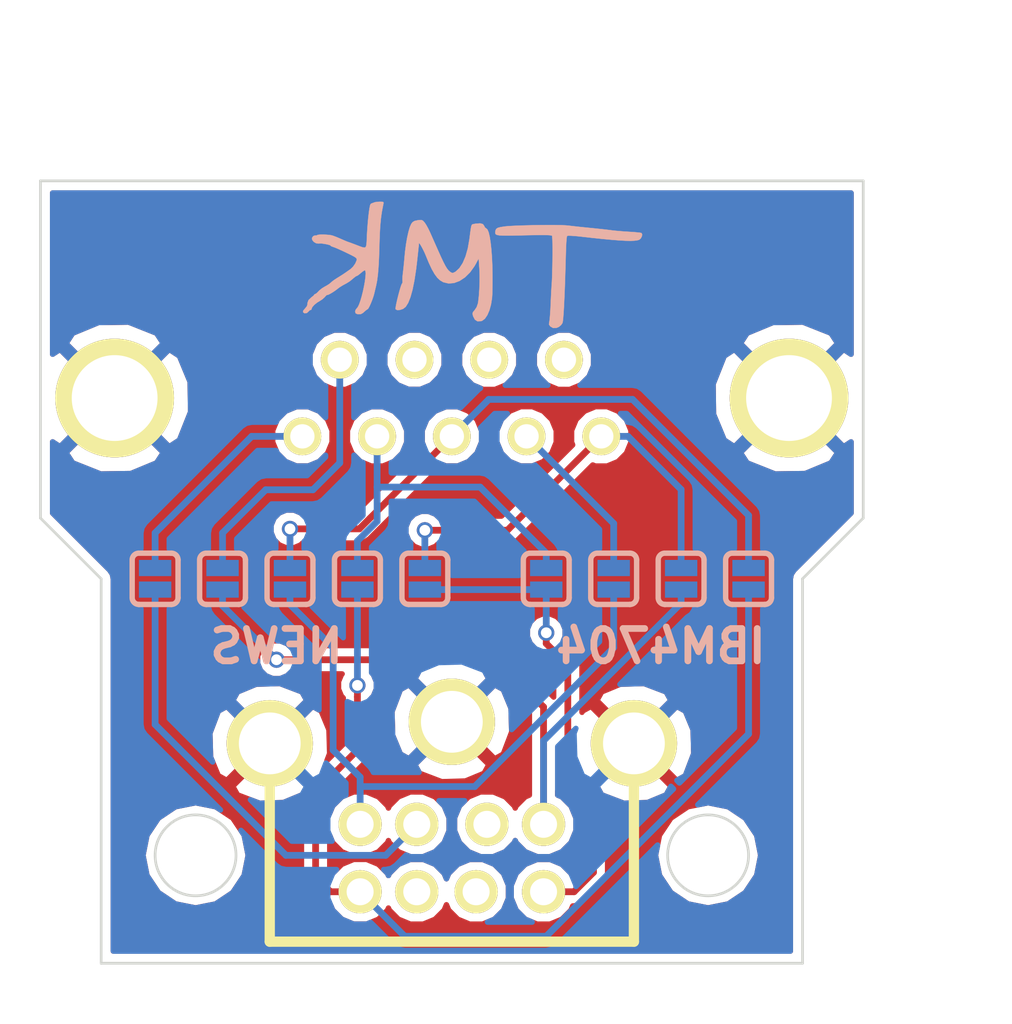
<source format=kicad_pcb>
(kicad_pcb (version 20170123) (host pcbnew no-vcs-found-e10f0c7~59~ubuntu16.04.1)

  (general
    (thickness 1.6)
    (drawings 15)
    (tracks 81)
    (zones 0)
    (modules 12)
    (nets 19)
  )

  (page A4)
  (layers
    (0 F.Cu signal)
    (31 B.Cu signal)
    (32 B.Adhes user)
    (33 F.Adhes user)
    (34 B.Paste user)
    (35 F.Paste user)
    (36 B.SilkS user)
    (37 F.SilkS user)
    (38 B.Mask user)
    (39 F.Mask user)
    (40 Dwgs.User user)
    (41 Cmts.User user)
    (42 Eco1.User user)
    (43 Eco2.User user)
    (44 Edge.Cuts user)
    (45 Margin user)
    (46 B.CrtYd user)
    (47 F.CrtYd user)
    (48 B.Fab user)
    (49 F.Fab user)
  )

  (setup
    (last_trace_width 0.25)
    (trace_clearance 0.2)
    (zone_clearance 0.3)
    (zone_45_only no)
    (trace_min 0.2)
    (segment_width 0.2)
    (edge_width 0.1)
    (via_size 0.6)
    (via_drill 0.4)
    (via_min_size 0.4)
    (via_min_drill 0.3)
    (uvia_size 0.3)
    (uvia_drill 0.1)
    (uvias_allowed no)
    (uvia_min_size 0.2)
    (uvia_min_drill 0.1)
    (pcb_text_width 0.3)
    (pcb_text_size 1.5 1.5)
    (mod_edge_width 0.15)
    (mod_text_size 1 1)
    (mod_text_width 0.15)
    (pad_size 1.5 1.5)
    (pad_drill 0.6)
    (pad_to_mask_clearance 0.075)
    (solder_mask_min_width 0.15)
    (aux_axis_origin 84.75 102.25)
    (visible_elements FFFFFF7F)
    (pcbplotparams
      (layerselection 0x010fc_80000001)
      (usegerberextensions true)
      (excludeedgelayer true)
      (linewidth 0.100000)
      (plotframeref false)
      (viasonmask false)
      (mode 1)
      (useauxorigin true)
      (hpglpennumber 1)
      (hpglpenspeed 20)
      (hpglpendiameter 15)
      (psnegative false)
      (psa4output false)
      (plotreference true)
      (plotvalue true)
      (plotinvisibletext false)
      (padsonsilk false)
      (subtractmaskfromsilk false)
      (outputformat 1)
      (mirror false)
      (drillshape 0)
      (scaleselection 1)
      (outputdirectory plot/A/))
  )

  (net 0 "")
  (net 1 GND)
  (net 2 "Net-(CN1-Pad2)")
  (net 3 "Net-(CN1-Pad4)")
  (net 4 "Net-(CN1-Pad7)")
  (net 5 /DS_3)
  (net 6 "Net-(P1-Pad8)")
  (net 7 "Net-(P1-Pad7)")
  (net 8 /DS_2)
  (net 9 /DS_1)
  (net 10 /DS_4)
  (net 11 /DS_5)
  (net 12 /DIN3)
  (net 13 /DIN5)
  (net 14 /DIN6)
  (net 15 /DIN8)
  (net 16 /DIN1)
  (net 17 /DS_6)
  (net 18 "Net-(P1-Pad9)")

  (net_class Default "This is the default net class."
    (clearance 0.2)
    (trace_width 0.25)
    (via_dia 0.6)
    (via_drill 0.4)
    (uvia_dia 0.3)
    (uvia_drill 0.1)
    (add_net /DIN1)
    (add_net /DIN3)
    (add_net /DIN5)
    (add_net /DIN6)
    (add_net /DIN8)
    (add_net /DS_1)
    (add_net /DS_2)
    (add_net /DS_3)
    (add_net /DS_4)
    (add_net /DS_5)
    (add_net /DS_6)
    (add_net GND)
    (add_net "Net-(CN1-Pad2)")
    (add_net "Net-(CN1-Pad4)")
    (add_net "Net-(CN1-Pad7)")
    (add_net "Net-(P1-Pad7)")
    (add_net "Net-(P1-Pad8)")
    (add_net "Net-(P1-Pad9)")
  )

  (module keyboard_parts:tmk_logo (layer B.Cu) (tedit 0) (tstamp 57126FF9)
    (at 100.65 76.35 180)
    (fp_text reference G*** (at 0 0 180) (layer B.SilkS) hide
      (effects (font (thickness 0.3)) (justify mirror))
    )
    (fp_text value LOGO (at 0.75 0 180) (layer B.SilkS) hide
      (effects (font (thickness 0.3)) (justify mirror))
    )
    (fp_poly (pts (xy 3.497073 2.310604) (xy 3.629196 2.261996) (xy 3.660205 2.241104) (xy 3.681111 2.19187)
      (xy 3.703717 2.08202) (xy 3.726869 1.921435) (xy 3.749414 1.719997) (xy 3.770196 1.487588)
      (xy 3.788063 1.234089) (xy 3.797379 1.066462) (xy 3.805871 0.870866) (xy 3.815071 0.737491)
      (xy 3.834724 0.658585) (xy 3.874577 0.626395) (xy 3.944375 0.633169) (xy 4.053864 0.671154)
      (xy 4.21279 0.732596) (xy 4.215694 0.733693) (xy 4.336881 0.779085) (xy 4.43025 0.813473)
      (xy 4.478087 0.830346) (xy 4.480278 0.830973) (xy 4.541787 0.853043) (xy 4.663081 0.903909)
      (xy 4.823469 0.974444) (xy 4.945118 1.025306) (xy 5.056233 1.066201) (xy 5.105691 1.081172)
      (xy 5.195205 1.095989) (xy 5.31134 1.105435) (xy 5.43418 1.109283) (xy 5.543812 1.107307)
      (xy 5.620322 1.099281) (xy 5.644444 1.087289) (xy 5.670158 1.072058) (xy 5.688542 1.076086)
      (xy 5.749384 1.069238) (xy 5.795158 1.044059) (xy 5.835844 0.980204) (xy 5.822667 0.907371)
      (xy 5.768481 0.839551) (xy 5.686135 0.790734) (xy 5.58848 0.77491) (xy 5.552499 0.779883)
      (xy 5.492678 0.780578) (xy 5.399438 0.769619) (xy 5.296408 0.751419) (xy 5.207212 0.730388)
      (xy 5.155478 0.710938) (xy 5.150555 0.704835) (xy 5.120528 0.677835) (xy 5.054083 0.653714)
      (xy 4.985595 0.629289) (xy 4.869904 0.58054) (xy 4.723025 0.514474) (xy 4.560971 0.438099)
      (xy 4.556895 0.436133) (xy 4.391251 0.355298) (xy 4.279779 0.297073) (xy 4.212743 0.254173)
      (xy 4.180407 0.219313) (xy 4.173033 0.185206) (xy 4.178677 0.153122) (xy 4.230159 0.03477)
      (xy 4.314991 -0.086046) (xy 4.402779 -0.169412) (xy 4.46947 -0.215915) (xy 4.560934 -0.280397)
      (xy 4.586111 -0.298247) (xy 4.689042 -0.367634) (xy 4.816734 -0.448854) (xy 4.889845 -0.493391)
      (xy 4.999939 -0.564369) (xy 5.092398 -0.633231) (xy 5.132632 -0.669963) (xy 5.202587 -0.727463)
      (xy 5.30501 -0.790804) (xy 5.348422 -0.813247) (xy 5.462773 -0.881964) (xy 5.563853 -0.964328)
      (xy 5.588427 -0.990526) (xy 5.653753 -1.057419) (xy 5.705379 -1.092212) (xy 5.712722 -1.093611)
      (xy 5.748941 -1.112897) (xy 5.750379 -1.120069) (xy 5.776978 -1.155206) (xy 5.842276 -1.207429)
      (xy 5.856418 -1.217083) (xy 5.962083 -1.318512) (xy 6.004579 -1.435914) (xy 6.002969 -1.483383)
      (xy 6.021525 -1.54285) (xy 6.077161 -1.614817) (xy 6.084402 -1.621825) (xy 6.157578 -1.708821)
      (xy 6.165002 -1.770848) (xy 6.106723 -1.808396) (xy 6.103024 -1.809396) (xy 6.021893 -1.795959)
      (xy 5.966597 -1.744151) (xy 5.91422 -1.69207) (xy 5.878972 -1.682272) (xy 5.878433 -1.68277)
      (xy 5.858207 -1.676113) (xy 5.854996 -1.655115) (xy 5.824562 -1.580853) (xy 5.746948 -1.492441)
      (xy 5.638558 -1.406315) (xy 5.560197 -1.359768) (xy 5.45576 -1.292885) (xy 5.368417 -1.215731)
      (xy 5.355888 -1.201018) (xy 5.304838 -1.144808) (xy 5.274753 -1.12775) (xy 5.273566 -1.128889)
      (xy 5.239189 -1.123376) (xy 5.165869 -1.087723) (xy 5.072049 -1.032838) (xy 4.976172 -0.969631)
      (xy 4.896679 -0.909012) (xy 4.885938 -0.899583) (xy 4.807812 -0.841425) (xy 4.698653 -0.774348)
      (xy 4.643421 -0.744402) (xy 4.534373 -0.684086) (xy 4.442752 -0.62626) (xy 4.412037 -0.603291)
      (xy 4.303012 -0.51198) (xy 4.235166 -0.457598) (xy 4.196265 -0.430976) (xy 4.174075 -0.422944)
      (xy 4.171194 -0.422769) (xy 4.131168 -0.400998) (xy 4.060539 -0.346721) (xy 4.025705 -0.316936)
      (xy 3.947333 -0.253352) (xy 3.889119 -0.215897) (xy 3.875775 -0.211666) (xy 3.850268 -0.243393)
      (xy 3.842892 -0.330544) (xy 3.851137 -0.461072) (xy 3.872495 -0.622932) (xy 3.904457 -0.804077)
      (xy 3.944516 -0.992462) (xy 3.990162 -1.17604) (xy 4.038888 -1.342765) (xy 4.088185 -1.480592)
      (xy 4.135545 -1.577474) (xy 4.168199 -1.615958) (xy 4.220528 -1.68639) (xy 4.233333 -1.744246)
      (xy 4.217895 -1.805649) (xy 4.158743 -1.836015) (xy 4.121679 -1.842823) (xy 4.029973 -1.841229)
      (xy 3.948016 -1.79689) (xy 3.90478 -1.758633) (xy 3.833337 -1.695696) (xy 3.782704 -1.660647)
      (xy 3.774308 -1.658055) (xy 3.744862 -1.62734) (xy 3.700804 -1.546514) (xy 3.649367 -1.432552)
      (xy 3.597785 -1.302433) (xy 3.55329 -1.173132) (xy 3.52631 -1.075972) (xy 3.495283 -0.943599)
      (xy 3.465127 -0.816839) (xy 3.455287 -0.776111) (xy 3.42051 -0.598899) (xy 3.391799 -0.375325)
      (xy 3.368697 -0.099674) (xy 3.350746 0.233772) (xy 3.337489 0.630728) (xy 3.335247 0.723195)
      (xy 3.323391 1.097874) (xy 3.305556 1.415993) (xy 3.280399 1.691397) (xy 3.246579 1.937928)
      (xy 3.202754 2.16943) (xy 3.188993 2.23132) (xy 3.179354 2.290054) (xy 3.196777 2.318468)
      (xy 3.257481 2.327565) (xy 3.331956 2.328334) (xy 3.497073 2.310604)) (layer B.SilkS) (width 0.01))
    (fp_poly (pts (xy 1.84974 1.64856) (xy 1.917513 1.639342) (xy 2.033221 1.613324) (xy 2.105845 1.568806)
      (xy 2.153964 1.505142) (xy 2.205824 1.388073) (xy 2.25747 1.213482) (xy 2.306219 0.994363)
      (xy 2.349383 0.743706) (xy 2.384279 0.474502) (xy 2.39946 0.3175) (xy 2.416668 0.124434)
      (xy 2.435226 -0.065315) (xy 2.452774 -0.228563) (xy 2.465643 -0.33287) (xy 2.478581 -0.457752)
      (xy 2.48173 -0.562108) (xy 2.477009 -0.609884) (xy 2.477324 -0.675785) (xy 2.493356 -0.700347)
      (xy 2.516315 -0.743147) (xy 2.549434 -0.838777) (xy 2.588711 -0.9714) (xy 2.630142 -1.125181)
      (xy 2.669727 -1.284285) (xy 2.70346 -1.432876) (xy 2.727341 -1.555119) (xy 2.737365 -1.635178)
      (xy 2.735028 -1.656437) (xy 2.675342 -1.689544) (xy 2.570842 -1.6822) (xy 2.458038 -1.645294)
      (xy 2.359891 -1.56808) (xy 2.268194 -1.421965) (xy 2.183357 -1.208345) (xy 2.105794 -0.928614)
      (xy 2.035917 -0.584169) (xy 1.974139 -0.176406) (xy 1.940166 0.106854) (xy 1.917693 0.313876)
      (xy 1.898138 0.497593) (xy 1.882732 0.646127) (xy 1.872709 0.7476) (xy 1.869297 0.789487)
      (xy 1.855259 0.788902) (xy 1.819118 0.73881) (xy 1.768901 0.653501) (xy 1.712636 0.547265)
      (xy 1.658349 0.434394) (xy 1.621515 0.34836) (xy 1.499752 0.055072) (xy 1.390225 -0.177406)
      (xy 1.287945 -0.356686) (xy 1.187921 -0.490379) (xy 1.085164 -0.586094) (xy 0.974683 -0.651444)
      (xy 0.962452 -0.656845) (xy 0.769212 -0.70311) (xy 0.566141 -0.685432) (xy 0.361011 -0.608193)
      (xy 0.161592 -0.475777) (xy -0.024344 -0.292564) (xy -0.189026 -0.062938) (xy -0.235429 0.018629)
      (xy -0.345202 0.223204) (xy -0.370843 -0.152981) (xy -0.380002 -0.386193) (xy -0.379347 -0.648595)
      (xy -0.369814 -0.917246) (xy -0.352343 -1.169204) (xy -0.327872 -1.381527) (xy -0.318195 -1.440221)
      (xy -0.270623 -1.579404) (xy -0.194361 -1.692985) (xy -0.133587 -1.764515) (xy -0.116825 -1.823859)
      (xy -0.135704 -1.906098) (xy -0.140211 -1.919909) (xy -0.206331 -2.04473) (xy -0.301068 -2.105063)
      (xy -0.424509 -2.100949) (xy -0.477558 -2.083068) (xy -0.575833 -2.008959) (xy -0.665798 -1.876457)
      (xy -0.742839 -1.697631) (xy -0.802342 -1.484545) (xy -0.839693 -1.249267) (xy -0.849257 -1.111106)
      (xy -0.858163 -0.741316) (xy -0.858439 -0.381013) (xy -0.850701 -0.037093) (xy -0.835564 0.283549)
      (xy -0.813644 0.574016) (xy -0.785556 0.827414) (xy -0.751916 1.036847) (xy -0.713339 1.19542)
      (xy -0.670441 1.296236) (xy -0.63124 1.331317) (xy -0.576323 1.374897) (xy -0.549121 1.432084)
      (xy -0.501052 1.498001) (xy -0.398314 1.525352) (xy -0.238878 1.514472) (xy -0.151476 1.497928)
      (xy -0.120806 1.490726) (xy -0.097986 1.477472) (xy -0.080202 1.447645) (xy -0.064643 1.390722)
      (xy -0.048498 1.296184) (xy -0.028954 1.153509) (xy -0.0032 0.952175) (xy -0.000996 0.934861)
      (xy 0.057624 0.597842) (xy 0.14093 0.302901) (xy 0.246026 0.056577) (xy 0.370018 -0.134593)
      (xy 0.510012 -0.264073) (xy 0.537164 -0.280591) (xy 0.608892 -0.312954) (xy 0.664433 -0.30409)
      (xy 0.724108 -0.263859) (xy 0.775942 -0.216621) (xy 0.829069 -0.14891) (xy 0.888388 -0.05189)
      (xy 0.9588 0.083275) (xy 1.045205 0.265419) (xy 1.152503 0.503377) (xy 1.163943 0.529167)
      (xy 1.246481 0.715463) (xy 1.331519 0.907447) (xy 1.408041 1.080243) (xy 1.456785 1.190349)
      (xy 1.523782 1.329961) (xy 1.594378 1.458489) (xy 1.654197 1.54992) (xy 1.658499 1.555363)
      (xy 1.717159 1.620627) (xy 1.771383 1.648605) (xy 1.84974 1.64856)) (layer B.SilkS) (width 0.01))
    (fp_poly (pts (xy -2.659352 1.460343) (xy -2.382834 1.456498) (xy -2.110477 1.45062) (xy -1.85472 1.442884)
      (xy -1.628005 1.433465) (xy -1.442774 1.422539) (xy -1.311468 1.41028) (xy -1.306314 1.409605)
      (xy -1.151621 1.385525) (xy -1.05338 1.358573) (xy -0.997627 1.321465) (xy -0.970398 1.266917)
      (xy -0.963078 1.23058) (xy -0.957642 1.182041) (xy -0.962546 1.143709) (xy -0.984896 1.1146)
      (xy -1.0318 1.09373) (xy -1.110363 1.080112) (xy -1.227694 1.072764) (xy -1.390899 1.070699)
      (xy -1.607084 1.072934) (xy -1.883358 1.078484) (xy -2.035785 1.081953) (xy -2.346753 1.088386)
      (xy -2.59322 1.09169) (xy -2.78118 1.091753) (xy -2.916622 1.088464) (xy -3.005539 1.081709)
      (xy -3.053922 1.071379) (xy -3.06645 1.06273) (xy -3.073475 1.01643) (xy -3.078553 0.911298)
      (xy -3.081764 0.759032) (xy -3.083187 0.571325) (xy -3.082902 0.359874) (xy -3.080991 0.136375)
      (xy -3.077532 -0.087478) (xy -3.072605 -0.299989) (xy -3.066292 -0.489462) (xy -3.058672 -0.644202)
      (xy -3.054343 -0.705555) (xy -3.04626 -0.822948) (xy -3.036615 -0.991732) (xy -3.026407 -1.192791)
      (xy -3.016638 -1.407006) (xy -3.012785 -1.499305) (xy -3.003116 -1.697599) (xy -2.991356 -1.875897)
      (xy -2.978671 -2.020065) (xy -2.966227 -2.115968) (xy -2.959636 -2.143757) (xy -2.951239 -2.222311)
      (xy -2.999244 -2.293688) (xy -3.104481 -2.35392) (xy -3.231268 -2.348105) (xy -3.318167 -2.311699)
      (xy -3.401863 -2.241383) (xy -3.450961 -2.169237) (xy -3.464934 -2.104453) (xy -3.479374 -1.972312)
      (xy -3.494127 -1.776009) (xy -3.509039 -1.51874) (xy -3.523955 -1.2037) (xy -3.538721 -0.834085)
      (xy -3.553183 -0.413091) (xy -3.567186 0.056088) (xy -3.577699 0.453767) (xy -3.584284 0.649346)
      (xy -3.593218 0.8202) (xy -3.603594 0.953853) (xy -3.614509 1.037834) (xy -3.621711 1.060141)
      (xy -3.666381 1.067621) (xy -3.766263 1.066509) (xy -3.906615 1.057435) (xy -4.072698 1.041027)
      (xy -4.074583 1.040811) (xy -4.536968 0.989134) (xy -4.93436 0.947598) (xy -5.271552 0.915933)
      (xy -5.553333 0.893865) (xy -5.784495 0.881124) (xy -5.969828 0.877438) (xy -6.114123 0.882534)
      (xy -6.222172 0.896141) (xy -6.291295 0.915022) (xy -6.351565 0.963192) (xy -6.392604 1.039132)
      (xy -6.405101 1.116158) (xy -6.379743 1.167587) (xy -6.379482 1.167749) (xy -6.33253 1.177903)
      (xy -6.230101 1.189817) (xy -6.087198 1.202021) (xy -5.918825 1.213045) (xy -5.915275 1.213245)
      (xy -5.720873 1.225835) (xy -5.526604 1.241297) (xy -5.357521 1.257487) (xy -5.256389 1.269639)
      (xy -5.139264 1.284559) (xy -4.970899 1.303932) (xy -4.770309 1.325665) (xy -4.556506 1.347669)
      (xy -4.462639 1.356947) (xy -4.249062 1.378316) (xy -4.040286 1.40019) (xy -3.855323 1.42051)
      (xy -3.713182 1.437216) (xy -3.668889 1.44292) (xy -3.558193 1.451876) (xy -3.389449 1.45792)
      (xy -3.175101 1.461229) (xy -2.927588 1.461978) (xy -2.659352 1.460343)) (layer B.SilkS) (width 0.01))
  )

  (module MINI_DIN_8 (layer F.Cu) (tedit 57125B9F) (tstamp 571262DA)
    (at 100 93.3)
    (path /5712306A)
    (fp_text reference CN1 (at 3.175 1.651) (layer F.SilkS) hide
      (effects (font (size 0.8128 0.8128) (thickness 0.2032)))
    )
    (fp_text value MINI_DIN_8P_JACK (at 0 -6.10108) (layer F.SilkS) hide
      (effects (font (thickness 0.3048)))
    )
    (fp_line (start -6.75 0.8) (end -6.75 8.15) (layer F.SilkS) (width 0.381))
    (fp_line (start 6.75 0.8) (end 6.75 8.15) (layer F.SilkS) (width 0.381))
    (fp_line (start -6.75 8.15) (end 6.75 8.15) (layer F.SilkS) (width 0.381))
    (pad 3 thru_hole circle (at -3.4 3.8 180) (size 1.6 1.6) (drill 1) (layers *.Cu *.Mask F.SilkS)
      (net 12 /DIN3))
    (pad 5 thru_hole circle (at 3.4 3.8 180) (size 1.6 1.6) (drill 1) (layers *.Cu *.Mask F.SilkS)
      (net 13 /DIN5))
    (pad 6 thru_hole circle (at -3.4 6.3 180) (size 1.6 1.6) (drill 1) (layers *.Cu *.Mask F.SilkS)
      (net 14 /DIN6))
    (pad 8 thru_hole circle (at 3.4 6.3 180) (size 1.6 1.6) (drill 1) (layers *.Cu *.Mask F.SilkS)
      (net 15 /DIN8))
    (pad 9 thru_hole circle (at 0 0 180) (size 3.2 3.2) (drill 2.29) (layers *.Cu *.Mask F.SilkS)
      (net 1 GND))
    (pad 9 thru_hole circle (at -6.75 0.8 180) (size 3.2 3.2) (drill 2.29) (layers *.Cu *.Mask F.SilkS)
      (net 1 GND))
    (pad 9 thru_hole circle (at 6.75 0.8 180) (size 3.2 3.2) (drill 2.29) (layers *.Cu *.Mask F.SilkS)
      (net 1 GND))
    (pad 1 thru_hole circle (at -1.3 3.8 180) (size 1.6 1.6) (drill 1) (layers *.Cu *.Mask F.SilkS)
      (net 16 /DIN1))
    (pad 2 thru_hole circle (at 1.3 3.8 180) (size 1.6 1.6) (drill 1) (layers *.Cu *.Mask F.SilkS)
      (net 2 "Net-(CN1-Pad2)"))
    (pad 4 thru_hole circle (at -1.3 6.3 180) (size 1.6 1.6) (drill 1) (layers *.Cu *.Mask F.SilkS)
      (net 3 "Net-(CN1-Pad4)"))
    (pad 7 thru_hole circle (at 0.9 6.3 180) (size 1.6 1.6) (drill 1) (layers *.Cu *.Mask F.SilkS)
      (net 4 "Net-(CN1-Pad7)"))
  )

  (module keyboard_parts:DSUB9P (layer F.Cu) (tedit 57124E0E) (tstamp 571262E9)
    (at 100 81.3 180)
    (path /57123B8A)
    (fp_text reference P1 (at 0 5.8 180) (layer F.SilkS) hide
      (effects (font (size 1.5 1.5) (thickness 0.15)))
    )
    (fp_text value CONN_01X10 (at -0.15 -8.75 180) (layer F.Fab) hide
      (effects (font (size 1.5 1.5) (thickness 0.15)))
    )
    (pad 3 thru_hole circle (at 0 -1.42 180) (size 1.4 1.4) (drill 0.9) (layers *.Cu *.Mask F.SilkS)
      (net 5 /DS_3))
    (pad 8 thru_hole circle (at -1.385 1.42 180) (size 1.4 1.4) (drill 0.9) (layers *.Cu *.Mask F.SilkS)
      (net 6 "Net-(P1-Pad8)"))
    (pad 7 thru_hole circle (at 1.385 1.42 180) (size 1.4 1.4) (drill 0.9) (layers *.Cu *.Mask F.SilkS)
      (net 7 "Net-(P1-Pad7)"))
    (pad 6 thru_hole circle (at 4.155 1.42 180) (size 1.4 1.4) (drill 0.9) (layers *.Cu *.Mask F.SilkS)
      (net 17 /DS_6))
    (pad 9 thru_hole circle (at -4.155 1.42 180) (size 1.4 1.4) (drill 0.9) (layers *.Cu *.Mask F.SilkS)
      (net 18 "Net-(P1-Pad9)"))
    (pad 2 thru_hole circle (at 2.77 -1.42 180) (size 1.4 1.4) (drill 0.9) (layers *.Cu *.Mask F.SilkS)
      (net 8 /DS_2))
    (pad 1 thru_hole circle (at 5.54 -1.42 180) (size 1.4 1.4) (drill 0.9) (layers *.Cu *.Mask F.SilkS)
      (net 9 /DS_1))
    (pad 4 thru_hole circle (at -2.77 -1.42 180) (size 1.4 1.4) (drill 0.9) (layers *.Cu *.Mask F.SilkS)
      (net 10 /DS_4))
    (pad 5 thru_hole circle (at -5.54 -1.42 180) (size 1.4 1.4) (drill 0.9) (layers *.Cu *.Mask F.SilkS)
      (net 11 /DS_5))
    (pad 10 thru_hole circle (at 12.5 0 180) (size 4.4 4.4) (drill 3.18) (layers *.Cu *.Mask F.SilkS)
      (net 1 GND))
    (pad 10 thru_hole circle (at -12.5 0 180) (size 4.4 4.4) (drill 3.18) (layers *.Cu *.Mask F.SilkS)
      (net 1 GND))
  )

  (module keyboard_parts:SOLDER_JUMPER_2 (layer B.Cu) (tedit 57124E17) (tstamp 571262F7)
    (at 103.5 88 90)
    (tags "solder jumper bridge configuration")
    (path /5712404D)
    (attr virtual)
    (fp_text reference SJ1 (at 0 1.7 90) (layer B.SilkS) hide
      (effects (font (size 0.8 0.8) (thickness 0.15)) (justify mirror))
    )
    (fp_text value SOLDER_JUMPER (at 0 -1.65 90) (layer B.SilkS) hide
      (effects (font (size 0.8 0.8) (thickness 0.15)) (justify mirror))
    )
    (fp_line (start 0.95 0.6) (end 0.95 -0.55) (layer B.SilkS) (width 0.2))
    (fp_line (start -0.7 0.85) (end 0.7 0.85) (layer B.SilkS) (width 0.2))
    (fp_line (start -0.95 -0.6) (end -0.95 0.6) (layer B.SilkS) (width 0.2))
    (fp_line (start -0.65 -0.85) (end 0.65 -0.85) (layer B.SilkS) (width 0.2))
    (fp_arc (start -0.7 -0.6) (end -0.7 -0.85) (angle -90) (layer B.SilkS) (width 0.2))
    (fp_arc (start -0.7 0.6) (end -0.95 0.6) (angle -90) (layer B.SilkS) (width 0.2))
    (fp_arc (start 0.7 0.6) (end 0.7 0.85) (angle -90) (layer B.SilkS) (width 0.2))
    (fp_arc (start 0.7 -0.6) (end 0.95 -0.6) (angle -90) (layer B.SilkS) (width 0.2))
    (pad 2 smd rect (at 0.4 0 90) (size 0.6 1.2) (layers B.Cu B.Mask)
      (net 8 /DS_2) (clearance 0.1))
    (pad 1 smd rect (at -0.4 0 90) (size 0.6 1.2) (layers B.Cu B.Mask)
      (net 15 /DIN8) (clearance 0.1))
  )

  (module keyboard_parts:SOLDER_JUMPER_2 (layer B.Cu) (tedit 57124E24) (tstamp 57126305)
    (at 111 88 90)
    (tags "solder jumper bridge configuration")
    (path /571240D0)
    (attr virtual)
    (fp_text reference SJ2 (at 0 1.7 90) (layer B.SilkS) hide
      (effects (font (size 0.8 0.8) (thickness 0.15)) (justify mirror))
    )
    (fp_text value SOLDER_JUMPER (at 0 -1.65 90) (layer B.SilkS) hide
      (effects (font (size 0.8 0.8) (thickness 0.15)) (justify mirror))
    )
    (fp_line (start 0.95 0.6) (end 0.95 -0.55) (layer B.SilkS) (width 0.2))
    (fp_line (start -0.7 0.85) (end 0.7 0.85) (layer B.SilkS) (width 0.2))
    (fp_line (start -0.95 -0.6) (end -0.95 0.6) (layer B.SilkS) (width 0.2))
    (fp_line (start -0.65 -0.85) (end 0.65 -0.85) (layer B.SilkS) (width 0.2))
    (fp_arc (start -0.7 -0.6) (end -0.7 -0.85) (angle -90) (layer B.SilkS) (width 0.2))
    (fp_arc (start -0.7 0.6) (end -0.95 0.6) (angle -90) (layer B.SilkS) (width 0.2))
    (fp_arc (start 0.7 0.6) (end 0.7 0.85) (angle -90) (layer B.SilkS) (width 0.2))
    (fp_arc (start 0.7 -0.6) (end 0.95 -0.6) (angle -90) (layer B.SilkS) (width 0.2))
    (pad 2 smd rect (at 0.4 0 90) (size 0.6 1.2) (layers B.Cu B.Mask)
      (net 5 /DS_3) (clearance 0.1))
    (pad 1 smd rect (at -0.4 0 90) (size 0.6 1.2) (layers B.Cu B.Mask)
      (net 14 /DIN6) (clearance 0.1))
  )

  (module keyboard_parts:SOLDER_JUMPER_2 (layer B.Cu) (tedit 57124E2B) (tstamp 57126313)
    (at 106 88 90)
    (tags "solder jumper bridge configuration")
    (path /57124115)
    (attr virtual)
    (fp_text reference SJ3 (at 0 1.7 90) (layer B.SilkS) hide
      (effects (font (size 0.8 0.8) (thickness 0.15)) (justify mirror))
    )
    (fp_text value SOLDER_JUMPER (at 0 -1.65 90) (layer B.SilkS) hide
      (effects (font (size 0.8 0.8) (thickness 0.15)) (justify mirror))
    )
    (fp_line (start 0.95 0.6) (end 0.95 -0.55) (layer B.SilkS) (width 0.2))
    (fp_line (start -0.7 0.85) (end 0.7 0.85) (layer B.SilkS) (width 0.2))
    (fp_line (start -0.95 -0.6) (end -0.95 0.6) (layer B.SilkS) (width 0.2))
    (fp_line (start -0.65 -0.85) (end 0.65 -0.85) (layer B.SilkS) (width 0.2))
    (fp_arc (start -0.7 -0.6) (end -0.7 -0.85) (angle -90) (layer B.SilkS) (width 0.2))
    (fp_arc (start -0.7 0.6) (end -0.95 0.6) (angle -90) (layer B.SilkS) (width 0.2))
    (fp_arc (start 0.7 0.6) (end 0.7 0.85) (angle -90) (layer B.SilkS) (width 0.2))
    (fp_arc (start 0.7 -0.6) (end 0.95 -0.6) (angle -90) (layer B.SilkS) (width 0.2))
    (pad 2 smd rect (at 0.4 0 90) (size 0.6 1.2) (layers B.Cu B.Mask)
      (net 10 /DS_4) (clearance 0.1))
    (pad 1 smd rect (at -0.4 0 90) (size 0.6 1.2) (layers B.Cu B.Mask)
      (net 12 /DIN3) (clearance 0.1))
  )

  (module keyboard_parts:SOLDER_JUMPER_2 (layer B.Cu) (tedit 57124E32) (tstamp 57126321)
    (at 108.5 88 90)
    (tags "solder jumper bridge configuration")
    (path /57124134)
    (attr virtual)
    (fp_text reference SJ4 (at 0 1.7 90) (layer B.SilkS) hide
      (effects (font (size 0.8 0.8) (thickness 0.15)) (justify mirror))
    )
    (fp_text value SOLDER_JUMPER (at 0 -1.65 90) (layer B.SilkS) hide
      (effects (font (size 0.8 0.8) (thickness 0.15)) (justify mirror))
    )
    (fp_line (start 0.95 0.6) (end 0.95 -0.55) (layer B.SilkS) (width 0.2))
    (fp_line (start -0.7 0.85) (end 0.7 0.85) (layer B.SilkS) (width 0.2))
    (fp_line (start -0.95 -0.6) (end -0.95 0.6) (layer B.SilkS) (width 0.2))
    (fp_line (start -0.65 -0.85) (end 0.65 -0.85) (layer B.SilkS) (width 0.2))
    (fp_arc (start -0.7 -0.6) (end -0.7 -0.85) (angle -90) (layer B.SilkS) (width 0.2))
    (fp_arc (start -0.7 0.6) (end -0.95 0.6) (angle -90) (layer B.SilkS) (width 0.2))
    (fp_arc (start 0.7 0.6) (end 0.7 0.85) (angle -90) (layer B.SilkS) (width 0.2))
    (fp_arc (start 0.7 -0.6) (end 0.95 -0.6) (angle -90) (layer B.SilkS) (width 0.2))
    (pad 2 smd rect (at 0.4 0 90) (size 0.6 1.2) (layers B.Cu B.Mask)
      (net 11 /DS_5) (clearance 0.1))
    (pad 1 smd rect (at -0.4 0 90) (size 0.6 1.2) (layers B.Cu B.Mask)
      (net 13 /DIN5) (clearance 0.1))
  )

  (module keyboard_parts:SOLDER_JUMPER_2 (layer B.Cu) (tedit 57124E3A) (tstamp 5712632F)
    (at 89 88 90)
    (tags "solder jumper bridge configuration")
    (path /57124DB6)
    (attr virtual)
    (fp_text reference SJ5 (at 0 1.7 90) (layer B.SilkS) hide
      (effects (font (size 0.8 0.8) (thickness 0.15)) (justify mirror))
    )
    (fp_text value SOLDER_JUMPER (at 0 -1.65 90) (layer B.SilkS) hide
      (effects (font (size 0.8 0.8) (thickness 0.15)) (justify mirror))
    )
    (fp_line (start 0.95 0.6) (end 0.95 -0.55) (layer B.SilkS) (width 0.2))
    (fp_line (start -0.7 0.85) (end 0.7 0.85) (layer B.SilkS) (width 0.2))
    (fp_line (start -0.95 -0.6) (end -0.95 0.6) (layer B.SilkS) (width 0.2))
    (fp_line (start -0.65 -0.85) (end 0.65 -0.85) (layer B.SilkS) (width 0.2))
    (fp_arc (start -0.7 -0.6) (end -0.7 -0.85) (angle -90) (layer B.SilkS) (width 0.2))
    (fp_arc (start -0.7 0.6) (end -0.95 0.6) (angle -90) (layer B.SilkS) (width 0.2))
    (fp_arc (start 0.7 0.6) (end 0.7 0.85) (angle -90) (layer B.SilkS) (width 0.2))
    (fp_arc (start 0.7 -0.6) (end 0.95 -0.6) (angle -90) (layer B.SilkS) (width 0.2))
    (pad 2 smd rect (at 0.4 0 90) (size 0.6 1.2) (layers B.Cu B.Mask)
      (net 9 /DS_1) (clearance 0.1))
    (pad 1 smd rect (at -0.4 0 90) (size 0.6 1.2) (layers B.Cu B.Mask)
      (net 16 /DIN1) (clearance 0.1))
  )

  (module keyboard_parts:SOLDER_JUMPER_2 (layer B.Cu) (tedit 57124E3F) (tstamp 5712633D)
    (at 94 88 90)
    (tags "solder jumper bridge configuration")
    (path /57124DBC)
    (attr virtual)
    (fp_text reference SJ6 (at 0 1.7 90) (layer B.SilkS) hide
      (effects (font (size 0.8 0.8) (thickness 0.15)) (justify mirror))
    )
    (fp_text value SOLDER_JUMPER (at 0 -1.65 90) (layer B.SilkS) hide
      (effects (font (size 0.8 0.8) (thickness 0.15)) (justify mirror))
    )
    (fp_line (start 0.95 0.6) (end 0.95 -0.55) (layer B.SilkS) (width 0.2))
    (fp_line (start -0.7 0.85) (end 0.7 0.85) (layer B.SilkS) (width 0.2))
    (fp_line (start -0.95 -0.6) (end -0.95 0.6) (layer B.SilkS) (width 0.2))
    (fp_line (start -0.65 -0.85) (end 0.65 -0.85) (layer B.SilkS) (width 0.2))
    (fp_arc (start -0.7 -0.6) (end -0.7 -0.85) (angle -90) (layer B.SilkS) (width 0.2))
    (fp_arc (start -0.7 0.6) (end -0.95 0.6) (angle -90) (layer B.SilkS) (width 0.2))
    (fp_arc (start 0.7 0.6) (end 0.7 0.85) (angle -90) (layer B.SilkS) (width 0.2))
    (fp_arc (start 0.7 -0.6) (end 0.95 -0.6) (angle -90) (layer B.SilkS) (width 0.2))
    (pad 2 smd rect (at 0.4 0 90) (size 0.6 1.2) (layers B.Cu B.Mask)
      (net 5 /DS_3) (clearance 0.1))
    (pad 1 smd rect (at -0.4 0 90) (size 0.6 1.2) (layers B.Cu B.Mask)
      (net 12 /DIN3) (clearance 0.1))
  )

  (module keyboard_parts:SOLDER_JUMPER_2 (layer B.Cu) (tedit 57124E46) (tstamp 5712634B)
    (at 99 88 90)
    (tags "solder jumper bridge configuration")
    (path /57124DC2)
    (attr virtual)
    (fp_text reference SJ7 (at 0 1.7 90) (layer B.SilkS) hide
      (effects (font (size 0.8 0.8) (thickness 0.15)) (justify mirror))
    )
    (fp_text value SOLDER_JUMPER (at 0 -1.65 90) (layer B.SilkS) hide
      (effects (font (size 0.8 0.8) (thickness 0.15)) (justify mirror))
    )
    (fp_line (start 0.95 0.6) (end 0.95 -0.55) (layer B.SilkS) (width 0.2))
    (fp_line (start -0.7 0.85) (end 0.7 0.85) (layer B.SilkS) (width 0.2))
    (fp_line (start -0.95 -0.6) (end -0.95 0.6) (layer B.SilkS) (width 0.2))
    (fp_line (start -0.65 -0.85) (end 0.65 -0.85) (layer B.SilkS) (width 0.2))
    (fp_arc (start -0.7 -0.6) (end -0.7 -0.85) (angle -90) (layer B.SilkS) (width 0.2))
    (fp_arc (start -0.7 0.6) (end -0.95 0.6) (angle -90) (layer B.SilkS) (width 0.2))
    (fp_arc (start 0.7 0.6) (end 0.7 0.85) (angle -90) (layer B.SilkS) (width 0.2))
    (fp_arc (start 0.7 -0.6) (end 0.95 -0.6) (angle -90) (layer B.SilkS) (width 0.2))
    (pad 2 smd rect (at 0.4 0 90) (size 0.6 1.2) (layers B.Cu B.Mask)
      (net 11 /DS_5) (clearance 0.1))
    (pad 1 smd rect (at -0.4 0 90) (size 0.6 1.2) (layers B.Cu B.Mask)
      (net 15 /DIN8) (clearance 0.1))
  )

  (module keyboard_parts:SOLDER_JUMPER_2 (layer B.Cu) (tedit 5987316A) (tstamp 59873709)
    (at 96.5 88 90)
    (tags "solder jumper bridge configuration")
    (path /598731D2)
    (attr virtual)
    (fp_text reference SJ8 (at 0 1.7 90) (layer B.SilkS) hide
      (effects (font (size 0.8 0.8) (thickness 0.15)) (justify mirror))
    )
    (fp_text value SOLDER_JUMPER (at 0 -1.65 90) (layer B.SilkS) hide
      (effects (font (size 0.8 0.8) (thickness 0.15)) (justify mirror))
    )
    (fp_line (start 0.95 0.6) (end 0.95 -0.55) (layer B.SilkS) (width 0.2))
    (fp_line (start -0.7 0.85) (end 0.7 0.85) (layer B.SilkS) (width 0.2))
    (fp_line (start -0.95 -0.6) (end -0.95 0.6) (layer B.SilkS) (width 0.2))
    (fp_line (start -0.65 -0.85) (end 0.65 -0.85) (layer B.SilkS) (width 0.2))
    (fp_arc (start -0.7 -0.6) (end -0.7 -0.85) (angle -90) (layer B.SilkS) (width 0.2))
    (fp_arc (start -0.7 0.6) (end -0.95 0.6) (angle -90) (layer B.SilkS) (width 0.2))
    (fp_arc (start 0.7 0.6) (end 0.7 0.85) (angle -90) (layer B.SilkS) (width 0.2))
    (fp_arc (start 0.7 -0.6) (end 0.95 -0.6) (angle -90) (layer B.SilkS) (width 0.2))
    (pad 2 smd rect (at 0.4 0 90) (size 0.6 1.2) (layers B.Cu B.Mask)
      (net 8 /DS_2) (clearance 0.1))
    (pad 1 smd rect (at -0.4 0 90) (size 0.6 1.2) (layers B.Cu B.Mask)
      (net 14 /DIN6) (clearance 0.1))
  )

  (module keyboard_parts:SOLDER_JUMPER_2 (layer B.Cu) (tedit 59873171) (tstamp 59873717)
    (at 91.5 88 90)
    (tags "solder jumper bridge configuration")
    (path /5987328D)
    (attr virtual)
    (fp_text reference SJ9 (at 0 1.7 90) (layer B.SilkS) hide
      (effects (font (size 0.8 0.8) (thickness 0.15)) (justify mirror))
    )
    (fp_text value SOLDER_JUMPER (at 0 -1.65 90) (layer B.SilkS) hide
      (effects (font (size 0.8 0.8) (thickness 0.15)) (justify mirror))
    )
    (fp_arc (start 0.7 -0.6) (end 0.95 -0.6) (angle -90) (layer B.SilkS) (width 0.2))
    (fp_arc (start 0.7 0.6) (end 0.7 0.85) (angle -90) (layer B.SilkS) (width 0.2))
    (fp_arc (start -0.7 0.6) (end -0.95 0.6) (angle -90) (layer B.SilkS) (width 0.2))
    (fp_arc (start -0.7 -0.6) (end -0.7 -0.85) (angle -90) (layer B.SilkS) (width 0.2))
    (fp_line (start -0.65 -0.85) (end 0.65 -0.85) (layer B.SilkS) (width 0.2))
    (fp_line (start -0.95 -0.6) (end -0.95 0.6) (layer B.SilkS) (width 0.2))
    (fp_line (start -0.7 0.85) (end 0.7 0.85) (layer B.SilkS) (width 0.2))
    (fp_line (start 0.95 0.6) (end 0.95 -0.55) (layer B.SilkS) (width 0.2))
    (pad 1 smd rect (at -0.4 0 90) (size 0.6 1.2) (layers B.Cu B.Mask)
      (net 13 /DIN5) (clearance 0.1))
    (pad 2 smd rect (at 0.4 0 90) (size 0.6 1.2) (layers B.Cu B.Mask)
      (net 17 /DS_6) (clearance 0.1))
  )

  (gr_line (start 87 88) (end 113 88) (layer Cmts.User) (width 0.2))
  (gr_text NEWS (at 93.5 90.5) (layer B.SilkS)
    (effects (font (size 1.2 1.2) (thickness 0.25)) (justify mirror))
  )
  (dimension 29 (width 0.3) (layer Dwgs.User)
    (gr_text "29.000 mm" (at 118.1 87.75 270) (layer Dwgs.User) (tstamp 5987270A)
      (effects (font (size 1.5 1.5) (thickness 0.3)))
    )
    (feature1 (pts (xy 115.25 102.25) (xy 119.45 102.25)))
    (feature2 (pts (xy 115.25 73.25) (xy 119.45 73.25)))
    (crossbar (pts (xy 116.75 73.25) (xy 116.75 102.25)))
    (arrow1a (pts (xy 116.75 102.25) (xy 116.163579 101.123496)))
    (arrow1b (pts (xy 116.75 102.25) (xy 117.336421 101.123496)))
    (arrow2a (pts (xy 116.75 73.25) (xy 116.163579 74.376504)))
    (arrow2b (pts (xy 116.75 73.25) (xy 117.336421 74.376504)))
  )
  (dimension 30.5 (width 0.3) (layer Dwgs.User)
    (gr_text "30.500 mm" (at 100 68.4) (layer Dwgs.User) (tstamp 5987270B)
      (effects (font (size 1.5 1.5) (thickness 0.3)))
    )
    (feature1 (pts (xy 115.25 73.25) (xy 115.25 67.05)))
    (feature2 (pts (xy 84.75 73.25) (xy 84.75 67.05)))
    (crossbar (pts (xy 84.75 69.75) (xy 115.25 69.75)))
    (arrow1a (pts (xy 115.25 69.75) (xy 114.123496 70.336421)))
    (arrow1b (pts (xy 115.25 69.75) (xy 114.123496 69.163579)))
    (arrow2a (pts (xy 84.75 69.75) (xy 85.876504 70.336421)))
    (arrow2b (pts (xy 84.75 69.75) (xy 85.876504 69.163579)))
  )
  (gr_circle (center 90.5 98.25) (end 90.5 99.75) (layer Edge.Cuts) (width 0.1))
  (gr_circle (center 109.5 98.25) (end 109.5 99.75) (layer Edge.Cuts) (width 0.1))
  (gr_text IBM4704 (at 107.75 90.5) (layer B.SilkS)
    (effects (font (size 1.2 1.2) (thickness 0.25)) (justify mirror))
  )
  (gr_line (start 87 102.25) (end 87 88) (angle 90) (layer Edge.Cuts) (width 0.1))
  (gr_line (start 84.75 85.75) (end 87 88) (angle 90) (layer Edge.Cuts) (width 0.1))
  (gr_line (start 115.25 85.75) (end 113 88) (angle 90) (layer Edge.Cuts) (width 0.1))
  (gr_line (start 113 102.25) (end 113 88) (angle 90) (layer Edge.Cuts) (width 0.1))
  (gr_line (start 84.75 73.25) (end 84.75 85.75) (angle 90) (layer Edge.Cuts) (width 0.1))
  (gr_line (start 115.25 73.25) (end 115.25 85.75) (angle 90) (layer Edge.Cuts) (width 0.1))
  (gr_line (start 87 102.25) (end 113 102.25) (angle 90) (layer Edge.Cuts) (width 0.1))
  (gr_line (start 84.75 73.25) (end 115.25 73.25) (angle 90) (layer Edge.Cuts) (width 0.1))

  (segment (start 106.7 81.35) (end 101.37 81.35) (width 0.25) (layer B.Cu) (net 5))
  (segment (start 101.37 81.35) (end 100 82.72) (width 0.25) (layer B.Cu) (net 5))
  (segment (start 111 85.65) (end 106.7 81.35) (width 0.25) (layer B.Cu) (net 5))
  (segment (start 111 87.6) (end 111 85.65) (width 0.25) (layer B.Cu) (net 5))
  (segment (start 94 86.15) (end 96.57 86.15) (width 0.25) (layer F.Cu) (net 5))
  (segment (start 96.57 86.15) (end 100 82.72) (width 0.25) (layer F.Cu) (net 5))
  (segment (start 94 87.6) (end 94 86.15) (width 0.25) (layer B.Cu) (net 5))
  (via (at 94 86.15) (size 0.6) (drill 0.4) (layers F.Cu B.Cu) (net 5))
  (segment (start 97.23 82.72) (end 97.23 84.6) (width 0.25) (layer B.Cu) (net 8))
  (segment (start 97.23 84.6) (end 97.23 85.87) (width 0.25) (layer B.Cu) (net 8))
  (segment (start 103.5 87.6) (end 103.5 87.05) (width 0.25) (layer B.Cu) (net 8))
  (segment (start 103.5 87.05) (end 101.05 84.6) (width 0.25) (layer B.Cu) (net 8))
  (segment (start 101.05 84.6) (end 97.23 84.6) (width 0.25) (layer B.Cu) (net 8))
  (segment (start 97.23 85.87) (end 96.5 86.6) (width 0.25) (layer B.Cu) (net 8))
  (segment (start 96.5 86.6) (end 96.5 87.6) (width 0.25) (layer B.Cu) (net 8))
  (segment (start 97.23 82.73) (end 97.23 82.72) (width 0.25) (layer B.Cu) (net 8) (tstamp 5712681B))
  (segment (start 92.58 82.72) (end 89 86.3) (width 0.25) (layer B.Cu) (net 9))
  (segment (start 89 86.3) (end 89 87.6) (width 0.25) (layer B.Cu) (net 9))
  (segment (start 94.46 82.72) (end 92.58 82.72) (width 0.25) (layer B.Cu) (net 9))
  (segment (start 102.77 82.72) (end 106 85.95) (width 0.25) (layer B.Cu) (net 10))
  (segment (start 106 85.95) (end 106 87.6) (width 0.25) (layer B.Cu) (net 10))
  (segment (start 99 86.2) (end 102.06 86.2) (width 0.25) (layer F.Cu) (net 11))
  (segment (start 102.06 86.2) (end 105.54 82.72) (width 0.25) (layer F.Cu) (net 11))
  (segment (start 99 87.6) (end 99 86.2) (width 0.25) (layer B.Cu) (net 11))
  (via (at 99 86.2) (size 0.6) (drill 0.4) (layers F.Cu B.Cu) (net 11))
  (segment (start 105.54 82.72) (end 106.529949 82.72) (width 0.25) (layer B.Cu) (net 11))
  (segment (start 106.529949 82.72) (end 108.5 84.690051) (width 0.25) (layer B.Cu) (net 11))
  (segment (start 108.5 84.690051) (end 108.5 87.05) (width 0.25) (layer B.Cu) (net 11))
  (segment (start 108.5 87.05) (end 108.5 87.6) (width 0.25) (layer B.Cu) (net 11))
  (segment (start 96.6 95.96863) (end 96.6 95.7) (width 0.25) (layer B.Cu) (net 12))
  (segment (start 96.6 95.7) (end 100.85 95.7) (width 0.25) (layer B.Cu) (net 12))
  (segment (start 100.85 95.7) (end 106 90.55) (width 0.25) (layer B.Cu) (net 12))
  (segment (start 106 90.55) (end 106 88.4) (width 0.25) (layer B.Cu) (net 12))
  (segment (start 94 88.4) (end 94 88.95) (width 0.25) (layer B.Cu) (net 12))
  (segment (start 94 88.95) (end 95.6 90.55) (width 0.25) (layer B.Cu) (net 12))
  (segment (start 95.6 90.55) (end 95.6 94.35) (width 0.25) (layer B.Cu) (net 12))
  (segment (start 95.6 94.35) (end 96.6 95.35) (width 0.25) (layer B.Cu) (net 12))
  (segment (start 96.6 95.35) (end 96.6 95.96863) (width 0.25) (layer B.Cu) (net 12))
  (segment (start 96.6 95.96863) (end 96.6 97.1) (width 0.25) (layer B.Cu) (net 12))
  (segment (start 103.4 97.1) (end 103.4 94) (width 0.25) (layer B.Cu) (net 13))
  (segment (start 103.4 94) (end 108.45 88.95) (width 0.25) (layer B.Cu) (net 13))
  (segment (start 108.45 88.95) (end 108.5 88.95) (width 0.25) (layer B.Cu) (net 13))
  (segment (start 108.5 88.95) (end 108.5 88.4) (width 0.25) (layer B.Cu) (net 13))
  (segment (start 101.65 91) (end 103.4 92.75) (width 0.25) (layer F.Cu) (net 13))
  (segment (start 103.4 92.75) (end 103.4 97.1) (width 0.25) (layer F.Cu) (net 13))
  (segment (start 93.5 91) (end 101.65 91) (width 0.25) (layer F.Cu) (net 13))
  (segment (start 91.5 88.4) (end 91.5 89) (width 0.25) (layer B.Cu) (net 13))
  (via (at 93.5 91) (size 0.6) (drill 0.4) (layers F.Cu B.Cu) (net 13))
  (segment (start 91.5 89) (end 93.5 91) (width 0.25) (layer B.Cu) (net 13))
  (segment (start 111 88.4) (end 111 93.75) (width 0.25) (layer B.Cu) (net 14))
  (segment (start 111 93.75) (end 103.5 101.25) (width 0.25) (layer B.Cu) (net 14))
  (segment (start 103.5 101.25) (end 98.25 101.25) (width 0.25) (layer B.Cu) (net 14))
  (segment (start 98.25 101.25) (end 96.6 99.6) (width 0.25) (layer B.Cu) (net 14))
  (segment (start 96.6 99.6) (end 95.5 99.6) (width 0.25) (layer F.Cu) (net 14))
  (segment (start 95.5 99.6) (end 94.95 99.05) (width 0.25) (layer F.Cu) (net 14))
  (segment (start 94.95 99.05) (end 94.95 95.9) (width 0.25) (layer F.Cu) (net 14))
  (segment (start 96.5 92.374264) (end 96.5 91.95) (width 0.25) (layer F.Cu) (net 14))
  (segment (start 94.95 95.9) (end 96.5 94.35) (width 0.25) (layer F.Cu) (net 14))
  (segment (start 96.5 94.35) (end 96.5 92.374264) (width 0.25) (layer F.Cu) (net 14))
  (via (at 96.5 91.95) (size 0.6) (drill 0.4) (layers F.Cu B.Cu) (net 14))
  (segment (start 96.5 88.4) (end 96.5 91.95) (width 0.25) (layer B.Cu) (net 14))
  (segment (start 99 88.4) (end 103.5 88.4) (width 0.25) (layer B.Cu) (net 15))
  (segment (start 103.4 99.6) (end 104.53137 99.6) (width 0.25) (layer F.Cu) (net 15))
  (segment (start 104.3 91.2) (end 103.5 90.4) (width 0.25) (layer F.Cu) (net 15))
  (segment (start 104.53137 99.6) (end 105.25 98.88137) (width 0.25) (layer F.Cu) (net 15))
  (segment (start 105.25 98.88137) (end 105.25 96.45) (width 0.25) (layer F.Cu) (net 15))
  (segment (start 105.25 96.45) (end 104.3 95.5) (width 0.25) (layer F.Cu) (net 15))
  (segment (start 104.3 95.5) (end 104.3 91.2) (width 0.25) (layer F.Cu) (net 15))
  (segment (start 103.5 90.4) (end 103.5 90) (width 0.25) (layer F.Cu) (net 15))
  (segment (start 103.5 90) (end 103.5 88.4) (width 0.25) (layer B.Cu) (net 15))
  (via (at 103.5 90) (size 0.6) (drill 0.4) (layers F.Cu B.Cu) (net 15))
  (segment (start 98.7 97.1) (end 97.55 98.25) (width 0.25) (layer B.Cu) (net 16))
  (segment (start 97.55 98.25) (end 93.85 98.25) (width 0.25) (layer B.Cu) (net 16))
  (segment (start 93.85 98.25) (end 89 93.4) (width 0.25) (layer B.Cu) (net 16))
  (segment (start 89 93.4) (end 89 88.4) (width 0.25) (layer B.Cu) (net 16))
  (segment (start 91.5 87.6) (end 91.5 86.3) (width 0.25) (layer B.Cu) (net 17))
  (segment (start 91.5 86.3) (end 93.1 84.7) (width 0.25) (layer B.Cu) (net 17))
  (segment (start 93.1 84.7) (end 94.85 84.7) (width 0.25) (layer B.Cu) (net 17))
  (segment (start 94.85 84.7) (end 95.845 83.705) (width 0.25) (layer B.Cu) (net 17))
  (segment (start 95.845 83.705) (end 95.845 80.869949) (width 0.25) (layer B.Cu) (net 17))
  (segment (start 95.845 80.869949) (end 95.845 79.88) (width 0.25) (layer B.Cu) (net 17))

  (zone (net 1) (net_name GND) (layer F.Cu) (tstamp 5712691B) (hatch edge 0.508)
    (connect_pads (clearance 0.3))
    (min_thickness 0.2)
    (fill yes (arc_segments 16) (thermal_gap 0.508) (thermal_bridge_width 0.508))
    (polygon
      (pts
        (xy 116.75 104.5) (xy 83.25 104.5) (xy 83.25 71.5) (xy 116.75 71.5)
      )
    )
    (filled_polygon
      (pts
        (xy 114.8 79.676503) (xy 114.522774 79.495015) (xy 112.717789 81.3) (xy 114.522774 83.104985) (xy 114.8 82.923497)
        (xy 114.8 85.563604) (xy 112.681802 87.681802) (xy 112.584254 87.827792) (xy 112.55 88) (xy 112.55 101.8)
        (xy 87.45 101.8) (xy 87.45 98.25) (xy 88.55 98.25) (xy 88.698435 98.996233) (xy 89.121142 99.628858)
        (xy 89.753767 100.051565) (xy 90.5 100.2) (xy 91.246233 100.051565) (xy 91.878858 99.628858) (xy 92.301565 98.996233)
        (xy 92.45 98.25) (xy 92.301565 97.503767) (xy 91.878858 96.871142) (xy 91.246233 96.448435) (xy 90.5 96.3)
        (xy 89.753767 96.448435) (xy 89.121142 96.871142) (xy 88.698435 97.503767) (xy 88.55 98.25) (xy 87.45 98.25)
        (xy 87.45 95.689294) (xy 91.878495 95.689294) (xy 92.054432 96.007558) (xy 92.875431 96.319878) (xy 93.753454 96.294241)
        (xy 94.425 96.016078) (xy 94.425 99.05) (xy 94.464963 99.250909) (xy 94.578769 99.421231) (xy 95.128769 99.971231)
        (xy 95.299091 100.085037) (xy 95.5 100.125) (xy 95.518525 100.125) (xy 95.582097 100.278857) (xy 95.919367 100.616717)
        (xy 96.360258 100.799791) (xy 96.837647 100.800207) (xy 97.278857 100.617903) (xy 97.616717 100.280633) (xy 97.649856 100.200827)
        (xy 97.682097 100.278857) (xy 98.019367 100.616717) (xy 98.460258 100.799791) (xy 98.937647 100.800207) (xy 99.378857 100.617903)
        (xy 99.716717 100.280633) (xy 99.799979 100.080116) (xy 99.882097 100.278857) (xy 100.219367 100.616717) (xy 100.660258 100.799791)
        (xy 101.137647 100.800207) (xy 101.578857 100.617903) (xy 101.916717 100.280633) (xy 102.099791 99.839742) (xy 102.100207 99.362353)
        (xy 101.917903 98.921143) (xy 101.580633 98.583283) (xy 101.139742 98.400209) (xy 100.662353 98.399793) (xy 100.221143 98.582097)
        (xy 99.883283 98.919367) (xy 99.800021 99.119884) (xy 99.717903 98.921143) (xy 99.380633 98.583283) (xy 98.939742 98.400209)
        (xy 98.462353 98.399793) (xy 98.021143 98.582097) (xy 97.683283 98.919367) (xy 97.650144 98.999173) (xy 97.617903 98.921143)
        (xy 97.280633 98.583283) (xy 96.839742 98.400209) (xy 96.362353 98.399793) (xy 95.921143 98.582097) (xy 95.583283 98.919367)
        (xy 95.576988 98.934526) (xy 95.475 98.832538) (xy 95.475 97.519662) (xy 95.582097 97.778857) (xy 95.919367 98.116717)
        (xy 96.360258 98.299791) (xy 96.837647 98.300207) (xy 97.278857 98.117903) (xy 97.616717 97.780633) (xy 97.649856 97.700827)
        (xy 97.682097 97.778857) (xy 98.019367 98.116717) (xy 98.460258 98.299791) (xy 98.937647 98.300207) (xy 99.378857 98.117903)
        (xy 99.716717 97.780633) (xy 99.899791 97.339742) (xy 99.900207 96.862353) (xy 99.717903 96.421143) (xy 99.380633 96.083283)
        (xy 98.939742 95.900209) (xy 98.462353 95.899793) (xy 98.021143 96.082097) (xy 97.683283 96.419367) (xy 97.650144 96.499173)
        (xy 97.617903 96.421143) (xy 97.280633 96.083283) (xy 96.839742 95.900209) (xy 96.362353 95.899793) (xy 95.921143 96.082097)
        (xy 95.583283 96.419367) (xy 95.475 96.680141) (xy 95.475 96.117462) (xy 96.703168 94.889294) (xy 98.628495 94.889294)
        (xy 98.804432 95.207558) (xy 99.625431 95.519878) (xy 100.503454 95.494241) (xy 101.195568 95.207558) (xy 101.371505 94.889294)
        (xy 100 93.517789) (xy 98.628495 94.889294) (xy 96.703168 94.889294) (xy 96.871231 94.721231) (xy 96.985037 94.550909)
        (xy 97.025 94.35) (xy 97.025 92.925431) (xy 97.780122 92.925431) (xy 97.805759 93.803454) (xy 98.092442 94.495568)
        (xy 98.410706 94.671505) (xy 99.782211 93.3) (xy 100.217789 93.3) (xy 101.589294 94.671505) (xy 101.907558 94.495568)
        (xy 102.219878 93.674569) (xy 102.194241 92.796546) (xy 101.907558 92.104432) (xy 101.589294 91.928495) (xy 100.217789 93.3)
        (xy 99.782211 93.3) (xy 98.410706 91.928495) (xy 98.092442 92.104432) (xy 97.780122 92.925431) (xy 97.025 92.925431)
        (xy 97.025 92.415002) (xy 97.093085 92.347036) (xy 97.199878 92.08985) (xy 97.200121 91.811372) (xy 97.093777 91.554)
        (xy 97.064828 91.525) (xy 98.731154 91.525) (xy 98.628495 91.710706) (xy 100 93.082211) (xy 101.371505 91.710706)
        (xy 101.268846 91.525) (xy 101.432538 91.525) (xy 102.875 92.967462) (xy 102.875 96.018525) (xy 102.721143 96.082097)
        (xy 102.383283 96.419367) (xy 102.350144 96.499173) (xy 102.317903 96.421143) (xy 101.980633 96.083283) (xy 101.539742 95.900209)
        (xy 101.062353 95.899793) (xy 100.621143 96.082097) (xy 100.283283 96.419367) (xy 100.100209 96.860258) (xy 100.099793 97.337647)
        (xy 100.282097 97.778857) (xy 100.619367 98.116717) (xy 101.060258 98.299791) (xy 101.537647 98.300207) (xy 101.978857 98.117903)
        (xy 102.316717 97.780633) (xy 102.349856 97.700827) (xy 102.382097 97.778857) (xy 102.719367 98.116717) (xy 103.160258 98.299791)
        (xy 103.637647 98.300207) (xy 104.078857 98.117903) (xy 104.416717 97.780633) (xy 104.599791 97.339742) (xy 104.600207 96.862353)
        (xy 104.417903 96.421143) (xy 104.080633 96.083283) (xy 103.925 96.018659) (xy 103.925 95.86559) (xy 103.928769 95.871231)
        (xy 104.725 96.667462) (xy 104.725 98.663908) (xy 104.432482 98.956426) (xy 104.417903 98.921143) (xy 104.080633 98.583283)
        (xy 103.639742 98.400209) (xy 103.162353 98.399793) (xy 102.721143 98.582097) (xy 102.383283 98.919367) (xy 102.200209 99.360258)
        (xy 102.199793 99.837647) (xy 102.382097 100.278857) (xy 102.719367 100.616717) (xy 103.160258 100.799791) (xy 103.637647 100.800207)
        (xy 104.078857 100.617903) (xy 104.416717 100.280633) (xy 104.481341 100.125) (xy 104.53137 100.125) (xy 104.732279 100.085037)
        (xy 104.902601 99.971231) (xy 105.621231 99.252601) (xy 105.735037 99.082279) (xy 105.775 98.88137) (xy 105.775 98.25)
        (xy 107.55 98.25) (xy 107.698435 98.996233) (xy 108.121142 99.628858) (xy 108.753767 100.051565) (xy 109.5 100.2)
        (xy 110.246233 100.051565) (xy 110.878858 99.628858) (xy 111.301565 98.996233) (xy 111.45 98.25) (xy 111.301565 97.503767)
        (xy 110.878858 96.871142) (xy 110.246233 96.448435) (xy 109.5 96.3) (xy 108.753767 96.448435) (xy 108.121142 96.871142)
        (xy 107.698435 97.503767) (xy 107.55 98.25) (xy 105.775 98.25) (xy 105.775 96.45) (xy 105.735037 96.249091)
        (xy 105.621231 96.078769) (xy 105.305127 95.762665) (xy 105.378496 95.689296) (xy 105.554432 96.007558) (xy 106.375431 96.319878)
        (xy 107.253454 96.294241) (xy 107.945568 96.007558) (xy 108.121505 95.689294) (xy 106.75 94.317789) (xy 106.735858 94.331931)
        (xy 106.518069 94.114142) (xy 106.532211 94.1) (xy 106.967789 94.1) (xy 108.339294 95.471505) (xy 108.657558 95.295568)
        (xy 108.969878 94.474569) (xy 108.944241 93.596546) (xy 108.657558 92.904432) (xy 108.339294 92.728495) (xy 106.967789 94.1)
        (xy 106.532211 94.1) (xy 105.160706 92.728495) (xy 104.842442 92.904432) (xy 104.825 92.950282) (xy 104.825 92.510706)
        (xy 105.378495 92.510706) (xy 106.75 93.882211) (xy 108.121505 92.510706) (xy 107.945568 92.192442) (xy 107.124569 91.880122)
        (xy 106.246546 91.905759) (xy 105.554432 92.192442) (xy 105.378495 92.510706) (xy 104.825 92.510706) (xy 104.825 91.2)
        (xy 104.785037 90.999091) (xy 104.671231 90.828769) (xy 104.136043 90.293581) (xy 104.199878 90.13985) (xy 104.200121 89.861372)
        (xy 104.093777 89.604) (xy 103.897036 89.406915) (xy 103.63985 89.300122) (xy 103.361372 89.299879) (xy 103.104 89.406223)
        (xy 102.906915 89.602964) (xy 102.800122 89.86015) (xy 102.799879 90.138628) (xy 102.906223 90.396) (xy 102.991121 90.481046)
        (xy 103.014963 90.600909) (xy 103.128769 90.771231) (xy 103.775 91.417462) (xy 103.775 92.38441) (xy 103.771231 92.378769)
        (xy 102.021231 90.628769) (xy 101.850909 90.514963) (xy 101.65 90.475) (xy 93.965002 90.475) (xy 93.897036 90.406915)
        (xy 93.63985 90.300122) (xy 93.361372 90.299879) (xy 93.104 90.406223) (xy 92.906915 90.602964) (xy 92.800122 90.86015)
        (xy 92.799879 91.138628) (xy 92.906223 91.396) (xy 93.102964 91.593085) (xy 93.36015 91.699878) (xy 93.638628 91.700121)
        (xy 93.896 91.593777) (xy 93.964897 91.525) (xy 95.934928 91.525) (xy 95.906915 91.552964) (xy 95.800122 91.81015)
        (xy 95.799879 92.088628) (xy 95.906223 92.346) (xy 95.975 92.414897) (xy 95.975 94.132538) (xy 95.369743 94.737795)
        (xy 95.469878 94.474569) (xy 95.444241 93.596546) (xy 95.157558 92.904432) (xy 94.839294 92.728495) (xy 93.467789 94.1)
        (xy 93.481931 94.114142) (xy 93.264142 94.331931) (xy 93.25 94.317789) (xy 91.878495 95.689294) (xy 87.45 95.689294)
        (xy 87.45 93.725431) (xy 91.030122 93.725431) (xy 91.055759 94.603454) (xy 91.342442 95.295568) (xy 91.660706 95.471505)
        (xy 93.032211 94.1) (xy 91.660706 92.728495) (xy 91.342442 92.904432) (xy 91.030122 93.725431) (xy 87.45 93.725431)
        (xy 87.45 92.510706) (xy 91.878495 92.510706) (xy 93.25 93.882211) (xy 94.621505 92.510706) (xy 94.445568 92.192442)
        (xy 93.624569 91.880122) (xy 92.746546 91.905759) (xy 92.054432 92.192442) (xy 91.878495 92.510706) (xy 87.45 92.510706)
        (xy 87.45 88) (xy 87.415747 87.827793) (xy 87.318198 87.681802) (xy 85.925024 86.288628) (xy 93.299879 86.288628)
        (xy 93.406223 86.546) (xy 93.602964 86.743085) (xy 93.86015 86.849878) (xy 94.138628 86.850121) (xy 94.396 86.743777)
        (xy 94.464897 86.675) (xy 96.57 86.675) (xy 96.770909 86.635037) (xy 96.941231 86.521231) (xy 97.123834 86.338628)
        (xy 98.299879 86.338628) (xy 98.406223 86.596) (xy 98.602964 86.793085) (xy 98.86015 86.899878) (xy 99.138628 86.900121)
        (xy 99.396 86.793777) (xy 99.464897 86.725) (xy 102.06 86.725) (xy 102.260909 86.685037) (xy 102.431231 86.571231)
        (xy 105.223021 83.779441) (xy 105.320237 83.819808) (xy 105.757844 83.82019) (xy 106.162286 83.653078) (xy 106.471991 83.343913)
        (xy 106.480768 83.322774) (xy 110.695015 83.322774) (xy 110.944188 83.703391) (xy 111.982355 84.115826) (xy 113.099329 84.099578)
        (xy 114.055812 83.703391) (xy 114.304985 83.322774) (xy 112.5 81.517789) (xy 110.695015 83.322774) (xy 106.480768 83.322774)
        (xy 106.639808 82.939763) (xy 106.64019 82.502156) (xy 106.473078 82.097714) (xy 106.163913 81.788009) (xy 105.759763 81.620192)
        (xy 105.322156 81.61981) (xy 104.917714 81.786922) (xy 104.608009 82.096087) (xy 104.440192 82.500237) (xy 104.43981 82.937844)
        (xy 104.48071 83.036828) (xy 101.842538 85.675) (xy 99.465002 85.675) (xy 99.397036 85.606915) (xy 99.13985 85.500122)
        (xy 98.861372 85.499879) (xy 98.604 85.606223) (xy 98.406915 85.802964) (xy 98.300122 86.06015) (xy 98.299879 86.338628)
        (xy 97.123834 86.338628) (xy 99.683021 83.779441) (xy 99.780237 83.819808) (xy 100.217844 83.82019) (xy 100.622286 83.653078)
        (xy 100.931991 83.343913) (xy 101.099808 82.939763) (xy 101.099809 82.937844) (xy 101.66981 82.937844) (xy 101.836922 83.342286)
        (xy 102.146087 83.651991) (xy 102.550237 83.819808) (xy 102.987844 83.82019) (xy 103.392286 83.653078) (xy 103.701991 83.343913)
        (xy 103.869808 82.939763) (xy 103.87019 82.502156) (xy 103.703078 82.097714) (xy 103.393913 81.788009) (xy 102.989763 81.620192)
        (xy 102.552156 81.61981) (xy 102.147714 81.786922) (xy 101.838009 82.096087) (xy 101.670192 82.500237) (xy 101.66981 82.937844)
        (xy 101.099809 82.937844) (xy 101.10019 82.502156) (xy 100.933078 82.097714) (xy 100.623913 81.788009) (xy 100.219763 81.620192)
        (xy 99.782156 81.61981) (xy 99.377714 81.786922) (xy 99.068009 82.096087) (xy 98.900192 82.500237) (xy 98.89981 82.937844)
        (xy 98.94071 83.036828) (xy 96.352538 85.625) (xy 94.465002 85.625) (xy 94.397036 85.556915) (xy 94.13985 85.450122)
        (xy 93.861372 85.449879) (xy 93.604 85.556223) (xy 93.406915 85.752964) (xy 93.300122 86.01015) (xy 93.299879 86.288628)
        (xy 85.925024 86.288628) (xy 85.2 85.563604) (xy 85.2 83.322774) (xy 85.695015 83.322774) (xy 85.944188 83.703391)
        (xy 86.982355 84.115826) (xy 88.099329 84.099578) (xy 89.055812 83.703391) (xy 89.304985 83.322774) (xy 87.5 81.517789)
        (xy 85.695015 83.322774) (xy 85.2 83.322774) (xy 85.2 82.923497) (xy 85.477226 83.104985) (xy 87.282211 81.3)
        (xy 87.717789 81.3) (xy 89.522774 83.104985) (xy 89.778085 82.937844) (xy 93.35981 82.937844) (xy 93.526922 83.342286)
        (xy 93.836087 83.651991) (xy 94.240237 83.819808) (xy 94.677844 83.82019) (xy 95.082286 83.653078) (xy 95.391991 83.343913)
        (xy 95.559808 82.939763) (xy 95.559809 82.937844) (xy 96.12981 82.937844) (xy 96.296922 83.342286) (xy 96.606087 83.651991)
        (xy 97.010237 83.819808) (xy 97.447844 83.82019) (xy 97.852286 83.653078) (xy 98.161991 83.343913) (xy 98.329808 82.939763)
        (xy 98.33019 82.502156) (xy 98.163078 82.097714) (xy 97.853913 81.788009) (xy 97.449763 81.620192) (xy 97.012156 81.61981)
        (xy 96.607714 81.786922) (xy 96.298009 82.096087) (xy 96.130192 82.500237) (xy 96.12981 82.937844) (xy 95.559809 82.937844)
        (xy 95.56019 82.502156) (xy 95.393078 82.097714) (xy 95.083913 81.788009) (xy 94.679763 81.620192) (xy 94.242156 81.61981)
        (xy 93.837714 81.786922) (xy 93.528009 82.096087) (xy 93.360192 82.500237) (xy 93.35981 82.937844) (xy 89.778085 82.937844)
        (xy 89.903391 82.855812) (xy 90.315826 81.817645) (xy 90.299578 80.700671) (xy 90.04988 80.097844) (xy 94.74481 80.097844)
        (xy 94.911922 80.502286) (xy 95.221087 80.811991) (xy 95.625237 80.979808) (xy 96.062844 80.98019) (xy 96.467286 80.813078)
        (xy 96.776991 80.503913) (xy 96.944808 80.099763) (xy 96.944809 80.097844) (xy 97.51481 80.097844) (xy 97.681922 80.502286)
        (xy 97.991087 80.811991) (xy 98.395237 80.979808) (xy 98.832844 80.98019) (xy 99.237286 80.813078) (xy 99.546991 80.503913)
        (xy 99.714808 80.099763) (xy 99.714809 80.097844) (xy 100.28481 80.097844) (xy 100.451922 80.502286) (xy 100.761087 80.811991)
        (xy 101.165237 80.979808) (xy 101.602844 80.98019) (xy 102.007286 80.813078) (xy 102.316991 80.503913) (xy 102.484808 80.099763)
        (xy 102.484809 80.097844) (xy 103.05481 80.097844) (xy 103.221922 80.502286) (xy 103.531087 80.811991) (xy 103.935237 80.979808)
        (xy 104.372844 80.98019) (xy 104.777286 80.813078) (xy 104.808062 80.782355) (xy 109.684174 80.782355) (xy 109.700422 81.899329)
        (xy 110.096609 82.855812) (xy 110.477226 83.104985) (xy 112.282211 81.3) (xy 110.477226 79.495015) (xy 110.096609 79.744188)
        (xy 109.684174 80.782355) (xy 104.808062 80.782355) (xy 105.086991 80.503913) (xy 105.254808 80.099763) (xy 105.25519 79.662156)
        (xy 105.096141 79.277226) (xy 110.695015 79.277226) (xy 112.5 81.082211) (xy 114.304985 79.277226) (xy 114.055812 78.896609)
        (xy 113.017645 78.484174) (xy 111.900671 78.500422) (xy 110.944188 78.896609) (xy 110.695015 79.277226) (xy 105.096141 79.277226)
        (xy 105.088078 79.257714) (xy 104.778913 78.948009) (xy 104.374763 78.780192) (xy 103.937156 78.77981) (xy 103.532714 78.946922)
        (xy 103.223009 79.256087) (xy 103.055192 79.660237) (xy 103.05481 80.097844) (xy 102.484809 80.097844) (xy 102.48519 79.662156)
        (xy 102.318078 79.257714) (xy 102.008913 78.948009) (xy 101.604763 78.780192) (xy 101.167156 78.77981) (xy 100.762714 78.946922)
        (xy 100.453009 79.256087) (xy 100.285192 79.660237) (xy 100.28481 80.097844) (xy 99.714809 80.097844) (xy 99.71519 79.662156)
        (xy 99.548078 79.257714) (xy 99.238913 78.948009) (xy 98.834763 78.780192) (xy 98.397156 78.77981) (xy 97.992714 78.946922)
        (xy 97.683009 79.256087) (xy 97.515192 79.660237) (xy 97.51481 80.097844) (xy 96.944809 80.097844) (xy 96.94519 79.662156)
        (xy 96.778078 79.257714) (xy 96.468913 78.948009) (xy 96.064763 78.780192) (xy 95.627156 78.77981) (xy 95.222714 78.946922)
        (xy 94.913009 79.256087) (xy 94.745192 79.660237) (xy 94.74481 80.097844) (xy 90.04988 80.097844) (xy 89.903391 79.744188)
        (xy 89.522774 79.495015) (xy 87.717789 81.3) (xy 87.282211 81.3) (xy 85.477226 79.495015) (xy 85.2 79.676503)
        (xy 85.2 79.277226) (xy 85.695015 79.277226) (xy 87.5 81.082211) (xy 89.304985 79.277226) (xy 89.055812 78.896609)
        (xy 88.017645 78.484174) (xy 86.900671 78.500422) (xy 85.944188 78.896609) (xy 85.695015 79.277226) (xy 85.2 79.277226)
        (xy 85.2 73.7) (xy 114.8 73.7)
      )
    )
  )
  (zone (net 1) (net_name GND) (layer B.Cu) (tstamp 5712691B) (hatch edge 0.508)
    (connect_pads (clearance 0.3))
    (min_thickness 0.2)
    (fill yes (arc_segments 16) (thermal_gap 0.508) (thermal_bridge_width 0.508))
    (polygon
      (pts
        (xy 116.75 104.5) (xy 83.25 104.5) (xy 83.25 71.5) (xy 116.75 71.5)
      )
    )
    (filled_polygon
      (pts
        (xy 114.8 79.676503) (xy 114.522774 79.495015) (xy 112.717789 81.3) (xy 114.522774 83.104985) (xy 114.8 82.923497)
        (xy 114.8 85.563604) (xy 112.681802 87.681802) (xy 112.584254 87.827792) (xy 112.55 88) (xy 112.55 101.8)
        (xy 87.45 101.8) (xy 87.45 88) (xy 87.438847 87.943928) (xy 87.415747 87.827793) (xy 87.318198 87.681802)
        (xy 86.936396 87.3) (xy 87.992164 87.3) (xy 87.992164 87.9) (xy 88.012055 88) (xy 87.992164 88.1)
        (xy 87.992164 88.7) (xy 88.023209 88.856072) (xy 88.111616 88.988384) (xy 88.243928 89.076791) (xy 88.4 89.107836)
        (xy 88.475 89.107836) (xy 88.475 93.4) (xy 88.514963 93.600909) (xy 88.628769 93.771231) (xy 91.42627 96.568732)
        (xy 91.246233 96.448435) (xy 90.5 96.3) (xy 89.753767 96.448435) (xy 89.121142 96.871142) (xy 88.698435 97.503767)
        (xy 88.55 98.25) (xy 88.698435 98.996233) (xy 89.121142 99.628858) (xy 89.753767 100.051565) (xy 90.5 100.2)
        (xy 91.246233 100.051565) (xy 91.878858 99.628858) (xy 92.301565 98.996233) (xy 92.45 98.25) (xy 92.301565 97.503767)
        (xy 92.181268 97.32373) (xy 93.478769 98.621231) (xy 93.649091 98.735037) (xy 93.85 98.775) (xy 95.727903 98.775)
        (xy 95.583283 98.919367) (xy 95.400209 99.360258) (xy 95.399793 99.837647) (xy 95.582097 100.278857) (xy 95.919367 100.616717)
        (xy 96.360258 100.799791) (xy 96.837647 100.800207) (xy 96.993392 100.735854) (xy 97.878769 101.621231) (xy 98.049091 101.735037)
        (xy 98.25 101.775) (xy 103.5 101.775) (xy 103.700909 101.735037) (xy 103.871231 101.621231) (xy 107.626363 97.866099)
        (xy 107.55 98.25) (xy 107.698435 98.996233) (xy 108.121142 99.628858) (xy 108.753767 100.051565) (xy 109.5 100.2)
        (xy 110.246233 100.051565) (xy 110.878858 99.628858) (xy 111.301565 98.996233) (xy 111.45 98.25) (xy 111.301565 97.503767)
        (xy 110.878858 96.871142) (xy 110.246233 96.448435) (xy 109.5 96.3) (xy 109.116099 96.376363) (xy 111.371231 94.121231)
        (xy 111.485037 93.950909) (xy 111.525 93.75) (xy 111.525 89.107836) (xy 111.6 89.107836) (xy 111.756072 89.076791)
        (xy 111.888384 88.988384) (xy 111.976791 88.856072) (xy 112.007836 88.7) (xy 112.007836 88.1) (xy 111.987945 88)
        (xy 112.007836 87.9) (xy 112.007836 87.3) (xy 111.976791 87.143928) (xy 111.888384 87.011616) (xy 111.756072 86.923209)
        (xy 111.6 86.892164) (xy 111.525 86.892164) (xy 111.525 85.65) (xy 111.485037 85.449091) (xy 111.371231 85.278769)
        (xy 109.415236 83.322774) (xy 110.695015 83.322774) (xy 110.944188 83.703391) (xy 111.982355 84.115826) (xy 113.099329 84.099578)
        (xy 114.055812 83.703391) (xy 114.304985 83.322774) (xy 112.5 81.517789) (xy 110.695015 83.322774) (xy 109.415236 83.322774)
        (xy 107.071231 80.978769) (xy 106.900909 80.864963) (xy 106.7 80.825) (xy 104.748433 80.825) (xy 104.777286 80.813078)
        (xy 104.808062 80.782355) (xy 109.684174 80.782355) (xy 109.700422 81.899329) (xy 110.096609 82.855812) (xy 110.477226 83.104985)
        (xy 112.282211 81.3) (xy 110.477226 79.495015) (xy 110.096609 79.744188) (xy 109.684174 80.782355) (xy 104.808062 80.782355)
        (xy 105.086991 80.503913) (xy 105.254808 80.099763) (xy 105.25519 79.662156) (xy 105.096141 79.277226) (xy 110.695015 79.277226)
        (xy 112.5 81.082211) (xy 114.304985 79.277226) (xy 114.055812 78.896609) (xy 113.017645 78.484174) (xy 111.900671 78.500422)
        (xy 110.944188 78.896609) (xy 110.695015 79.277226) (xy 105.096141 79.277226) (xy 105.088078 79.257714) (xy 104.778913 78.948009)
        (xy 104.374763 78.780192) (xy 103.937156 78.77981) (xy 103.532714 78.946922) (xy 103.223009 79.256087) (xy 103.055192 79.660237)
        (xy 103.05481 80.097844) (xy 103.221922 80.502286) (xy 103.531087 80.811991) (xy 103.562416 80.825) (xy 101.978433 80.825)
        (xy 102.007286 80.813078) (xy 102.316991 80.503913) (xy 102.484808 80.099763) (xy 102.48519 79.662156) (xy 102.318078 79.257714)
        (xy 102.008913 78.948009) (xy 101.604763 78.780192) (xy 101.167156 78.77981) (xy 100.762714 78.946922) (xy 100.453009 79.256087)
        (xy 100.285192 79.660237) (xy 100.28481 80.097844) (xy 100.451922 80.502286) (xy 100.761087 80.811991) (xy 101.061611 80.936779)
        (xy 100.998769 80.978769) (xy 100.316979 81.660559) (xy 100.219763 81.620192) (xy 99.782156 81.61981) (xy 99.377714 81.786922)
        (xy 99.068009 82.096087) (xy 98.900192 82.500237) (xy 98.89981 82.937844) (xy 99.066922 83.342286) (xy 99.376087 83.651991)
        (xy 99.780237 83.819808) (xy 100.217844 83.82019) (xy 100.622286 83.653078) (xy 100.931991 83.343913) (xy 101.099808 82.939763)
        (xy 101.10019 82.502156) (xy 101.05929 82.403172) (xy 101.587462 81.875) (xy 102.059482 81.875) (xy 101.838009 82.096087)
        (xy 101.670192 82.500237) (xy 101.66981 82.937844) (xy 101.836922 83.342286) (xy 102.146087 83.651991) (xy 102.550237 83.819808)
        (xy 102.987844 83.82019) (xy 103.086828 83.77929) (xy 105.475 86.167462) (xy 105.475 86.892164) (xy 105.4 86.892164)
        (xy 105.243928 86.923209) (xy 105.111616 87.011616) (xy 105.023209 87.143928) (xy 104.992164 87.3) (xy 104.992164 87.9)
        (xy 105.012055 88) (xy 104.992164 88.1) (xy 104.992164 88.7) (xy 105.023209 88.856072) (xy 105.111616 88.988384)
        (xy 105.243928 89.076791) (xy 105.4 89.107836) (xy 105.475 89.107836) (xy 105.475 90.332538) (xy 102.217412 93.590126)
        (xy 102.194241 92.796546) (xy 101.907558 92.104432) (xy 101.589294 91.928495) (xy 100.217789 93.3) (xy 100.231931 93.314142)
        (xy 100.014142 93.531931) (xy 100 93.517789) (xy 98.628495 94.889294) (xy 98.786434 95.175) (xy 97.090191 95.175)
        (xy 97.085037 95.149091) (xy 96.971231 94.978769) (xy 96.125 94.132538) (xy 96.125 92.925431) (xy 97.780122 92.925431)
        (xy 97.805759 93.803454) (xy 98.092442 94.495568) (xy 98.410706 94.671505) (xy 99.782211 93.3) (xy 98.410706 91.928495)
        (xy 98.092442 92.104432) (xy 97.780122 92.925431) (xy 96.125 92.925431) (xy 96.125 92.552235) (xy 96.36015 92.649878)
        (xy 96.638628 92.650121) (xy 96.896 92.543777) (xy 97.093085 92.347036) (xy 97.199878 92.08985) (xy 97.200121 91.811372)
        (xy 97.158527 91.710706) (xy 98.628495 91.710706) (xy 100 93.082211) (xy 101.371505 91.710706) (xy 101.195568 91.392442)
        (xy 100.374569 91.080122) (xy 99.496546 91.105759) (xy 98.804432 91.392442) (xy 98.628495 91.710706) (xy 97.158527 91.710706)
        (xy 97.093777 91.554) (xy 97.025 91.485103) (xy 97.025 89.107836) (xy 97.1 89.107836) (xy 97.256072 89.076791)
        (xy 97.388384 88.988384) (xy 97.476791 88.856072) (xy 97.507836 88.7) (xy 97.507836 88.1) (xy 97.487945 88)
        (xy 97.507836 87.9) (xy 97.507836 87.3) (xy 97.476791 87.143928) (xy 97.388384 87.011616) (xy 97.256072 86.923209)
        (xy 97.1 86.892164) (xy 97.025 86.892164) (xy 97.025 86.817462) (xy 97.601231 86.241231) (xy 97.715037 86.070909)
        (xy 97.755 85.87) (xy 97.755 85.125) (xy 100.832538 85.125) (xy 102.676081 86.968543) (xy 102.611616 87.011616)
        (xy 102.523209 87.143928) (xy 102.492164 87.3) (xy 102.492164 87.875) (xy 100.007836 87.875) (xy 100.007836 87.3)
        (xy 99.976791 87.143928) (xy 99.888384 87.011616) (xy 99.756072 86.923209) (xy 99.6 86.892164) (xy 99.525 86.892164)
        (xy 99.525 86.665002) (xy 99.593085 86.597036) (xy 99.699878 86.33985) (xy 99.700121 86.061372) (xy 99.593777 85.804)
        (xy 99.397036 85.606915) (xy 99.13985 85.500122) (xy 98.861372 85.499879) (xy 98.604 85.606223) (xy 98.406915 85.802964)
        (xy 98.300122 86.06015) (xy 98.299879 86.338628) (xy 98.406223 86.596) (xy 98.475 86.664897) (xy 98.475 86.892164)
        (xy 98.4 86.892164) (xy 98.243928 86.923209) (xy 98.111616 87.011616) (xy 98.023209 87.143928) (xy 97.992164 87.3)
        (xy 97.992164 87.9) (xy 98.012055 88) (xy 97.992164 88.1) (xy 97.992164 88.7) (xy 98.023209 88.856072)
        (xy 98.111616 88.988384) (xy 98.243928 89.076791) (xy 98.4 89.107836) (xy 99.6 89.107836) (xy 99.756072 89.076791)
        (xy 99.888384 88.988384) (xy 99.930735 88.925) (xy 102.569265 88.925) (xy 102.611616 88.988384) (xy 102.743928 89.076791)
        (xy 102.9 89.107836) (xy 102.975 89.107836) (xy 102.975 89.534998) (xy 102.906915 89.602964) (xy 102.800122 89.86015)
        (xy 102.799879 90.138628) (xy 102.906223 90.396) (xy 103.102964 90.593085) (xy 103.36015 90.699878) (xy 103.638628 90.700121)
        (xy 103.896 90.593777) (xy 104.093085 90.397036) (xy 104.199878 90.13985) (xy 104.200121 89.861372) (xy 104.093777 89.604)
        (xy 104.025 89.535103) (xy 104.025 89.107836) (xy 104.1 89.107836) (xy 104.256072 89.076791) (xy 104.388384 88.988384)
        (xy 104.476791 88.856072) (xy 104.507836 88.7) (xy 104.507836 88.1) (xy 104.487945 88) (xy 104.507836 87.9)
        (xy 104.507836 87.3) (xy 104.476791 87.143928) (xy 104.388384 87.011616) (xy 104.256072 86.923209) (xy 104.1 86.892164)
        (xy 103.993605 86.892164) (xy 103.985037 86.849091) (xy 103.871231 86.678769) (xy 101.421231 84.228769) (xy 101.250909 84.114963)
        (xy 101.05 84.075) (xy 97.755 84.075) (xy 97.755 83.693276) (xy 97.852286 83.653078) (xy 98.161991 83.343913)
        (xy 98.329808 82.939763) (xy 98.33019 82.502156) (xy 98.163078 82.097714) (xy 97.853913 81.788009) (xy 97.449763 81.620192)
        (xy 97.012156 81.61981) (xy 96.607714 81.786922) (xy 96.37 82.024222) (xy 96.37 80.853276) (xy 96.467286 80.813078)
        (xy 96.776991 80.503913) (xy 96.944808 80.099763) (xy 96.944809 80.097844) (xy 97.51481 80.097844) (xy 97.681922 80.502286)
        (xy 97.991087 80.811991) (xy 98.395237 80.979808) (xy 98.832844 80.98019) (xy 99.237286 80.813078) (xy 99.546991 80.503913)
        (xy 99.714808 80.099763) (xy 99.71519 79.662156) (xy 99.548078 79.257714) (xy 99.238913 78.948009) (xy 98.834763 78.780192)
        (xy 98.397156 78.77981) (xy 97.992714 78.946922) (xy 97.683009 79.256087) (xy 97.515192 79.660237) (xy 97.51481 80.097844)
        (xy 96.944809 80.097844) (xy 96.94519 79.662156) (xy 96.778078 79.257714) (xy 96.468913 78.948009) (xy 96.064763 78.780192)
        (xy 95.627156 78.77981) (xy 95.222714 78.946922) (xy 94.913009 79.256087) (xy 94.745192 79.660237) (xy 94.74481 80.097844)
        (xy 94.911922 80.502286) (xy 95.221087 80.811991) (xy 95.32 80.853063) (xy 95.32 82.024508) (xy 95.083913 81.788009)
        (xy 94.679763 81.620192) (xy 94.242156 81.61981) (xy 93.837714 81.786922) (xy 93.528009 82.096087) (xy 93.486937 82.195)
        (xy 92.58 82.195) (xy 92.379091 82.234963) (xy 92.208769 82.348769) (xy 88.628769 85.928769) (xy 88.514963 86.099091)
        (xy 88.475 86.3) (xy 88.475 86.892164) (xy 88.4 86.892164) (xy 88.243928 86.923209) (xy 88.111616 87.011616)
        (xy 88.023209 87.143928) (xy 87.992164 87.3) (xy 86.936396 87.3) (xy 85.2 85.563604) (xy 85.2 83.322774)
        (xy 85.695015 83.322774) (xy 85.944188 83.703391) (xy 86.982355 84.115826) (xy 88.099329 84.099578) (xy 89.055812 83.703391)
        (xy 89.304985 83.322774) (xy 87.5 81.517789) (xy 85.695015 83.322774) (xy 85.2 83.322774) (xy 85.2 82.923497)
        (xy 85.477226 83.104985) (xy 87.282211 81.3) (xy 87.717789 81.3) (xy 89.522774 83.104985) (xy 89.903391 82.855812)
        (xy 90.315826 81.817645) (xy 90.299578 80.700671) (xy 89.903391 79.744188) (xy 89.522774 79.495015) (xy 87.717789 81.3)
        (xy 87.282211 81.3) (xy 85.477226 79.495015) (xy 85.2 79.676503) (xy 85.2 79.277226) (xy 85.695015 79.277226)
        (xy 87.5 81.082211) (xy 89.304985 79.277226) (xy 89.055812 78.896609) (xy 88.017645 78.484174) (xy 86.900671 78.500422)
        (xy 85.944188 78.896609) (xy 85.695015 79.277226) (xy 85.2 79.277226) (xy 85.2 73.7) (xy 114.8 73.7)
      )
    )
    (filled_polygon
      (pts
        (xy 110.475 85.867462) (xy 110.475 86.892164) (xy 110.4 86.892164) (xy 110.243928 86.923209) (xy 110.111616 87.011616)
        (xy 110.023209 87.143928) (xy 109.992164 87.3) (xy 109.992164 87.9) (xy 110.012055 88) (xy 109.992164 88.1)
        (xy 109.992164 88.7) (xy 110.023209 88.856072) (xy 110.111616 88.988384) (xy 110.243928 89.076791) (xy 110.4 89.107836)
        (xy 110.475 89.107836) (xy 110.475 93.532538) (xy 108.437665 95.569873) (xy 108.339296 95.471504) (xy 108.657558 95.295568)
        (xy 108.969878 94.474569) (xy 108.944241 93.596546) (xy 108.657558 92.904432) (xy 108.339294 92.728495) (xy 106.967789 94.1)
        (xy 106.981931 94.114142) (xy 106.764142 94.331931) (xy 106.75 94.317789) (xy 105.378495 95.689294) (xy 105.554432 96.007558)
        (xy 106.375431 96.319878) (xy 107.253454 96.294241) (xy 107.945568 96.007558) (xy 108.121504 95.689296) (xy 108.219873 95.787665)
        (xy 104.600168 99.40737) (xy 104.600207 99.362353) (xy 104.417903 98.921143) (xy 104.080633 98.583283) (xy 103.639742 98.400209)
        (xy 103.162353 98.399793) (xy 102.721143 98.582097) (xy 102.383283 98.919367) (xy 102.200209 99.360258) (xy 102.199793 99.837647)
        (xy 102.382097 100.278857) (xy 102.719367 100.616717) (xy 102.980141 100.725) (xy 101.319662 100.725) (xy 101.578857 100.617903)
        (xy 101.916717 100.280633) (xy 102.099791 99.839742) (xy 102.100207 99.362353) (xy 101.917903 98.921143) (xy 101.580633 98.583283)
        (xy 101.139742 98.400209) (xy 100.662353 98.399793) (xy 100.221143 98.582097) (xy 99.883283 98.919367) (xy 99.800021 99.119884)
        (xy 99.717903 98.921143) (xy 99.380633 98.583283) (xy 98.939742 98.400209) (xy 98.462353 98.399793) (xy 98.021143 98.582097)
        (xy 97.683283 98.919367) (xy 97.650144 98.999173) (xy 97.617903 98.921143) (xy 97.472015 98.775) (xy 97.55 98.775)
        (xy 97.750909 98.735037) (xy 97.921231 98.621231) (xy 98.306512 98.23595) (xy 98.460258 98.299791) (xy 98.937647 98.300207)
        (xy 99.378857 98.117903) (xy 99.716717 97.780633) (xy 99.899791 97.339742) (xy 99.900207 96.862353) (xy 99.717903 96.421143)
        (xy 99.522103 96.225) (xy 100.47799 96.225) (xy 100.283283 96.419367) (xy 100.100209 96.860258) (xy 100.099793 97.337647)
        (xy 100.282097 97.778857) (xy 100.619367 98.116717) (xy 101.060258 98.299791) (xy 101.537647 98.300207) (xy 101.978857 98.117903)
        (xy 102.316717 97.780633) (xy 102.349856 97.700827) (xy 102.382097 97.778857) (xy 102.719367 98.116717) (xy 103.160258 98.299791)
        (xy 103.637647 98.300207) (xy 104.078857 98.117903) (xy 104.416717 97.780633) (xy 104.599791 97.339742) (xy 104.600207 96.862353)
        (xy 104.417903 96.421143) (xy 104.080633 96.083283) (xy 103.925 96.018659) (xy 103.925 94.217462) (xy 104.599558 93.542904)
        (xy 104.530122 93.725431) (xy 104.555759 94.603454) (xy 104.842442 95.295568) (xy 105.160706 95.471505) (xy 106.532211 94.1)
        (xy 106.518069 94.085858) (xy 106.735858 93.868069) (xy 106.75 93.882211) (xy 108.121505 92.510706) (xy 107.945568 92.192442)
        (xy 107.124569 91.880122) (xy 106.246546 91.905759) (xy 106.229743 91.912719) (xy 108.720546 89.421916) (xy 108.871231 89.321231)
        (xy 108.985037 89.150909) (xy 108.993605 89.107836) (xy 109.1 89.107836) (xy 109.256072 89.076791) (xy 109.388384 88.988384)
        (xy 109.476791 88.856072) (xy 109.507836 88.7) (xy 109.507836 88.1) (xy 109.487945 88) (xy 109.507836 87.9)
        (xy 109.507836 87.3) (xy 109.476791 87.143928) (xy 109.388384 87.011616) (xy 109.256072 86.923209) (xy 109.1 86.892164)
        (xy 109.025 86.892164) (xy 109.025 84.690051) (xy 108.985037 84.489142) (xy 108.871231 84.31882) (xy 106.90118 82.348769)
        (xy 106.730858 82.234963) (xy 106.529949 82.195) (xy 106.513276 82.195) (xy 106.473078 82.097714) (xy 106.250752 81.875)
        (xy 106.482538 81.875)
      )
    )
    (filled_polygon
      (pts
        (xy 93.526922 83.342286) (xy 93.836087 83.651991) (xy 94.240237 83.819808) (xy 94.677844 83.82019) (xy 95.082286 83.653078)
        (xy 95.32 83.415778) (xy 95.32 83.487538) (xy 94.632538 84.175) (xy 93.1 84.175) (xy 92.899091 84.214963)
        (xy 92.728769 84.328769) (xy 91.128769 85.928769) (xy 91.014963 86.099091) (xy 90.975 86.3) (xy 90.975 86.892164)
        (xy 90.9 86.892164) (xy 90.743928 86.923209) (xy 90.611616 87.011616) (xy 90.523209 87.143928) (xy 90.492164 87.3)
        (xy 90.492164 87.9) (xy 90.512055 88) (xy 90.492164 88.1) (xy 90.492164 88.7) (xy 90.523209 88.856072)
        (xy 90.611616 88.988384) (xy 90.743928 89.076791) (xy 90.9 89.107836) (xy 90.99645 89.107836) (xy 91.014963 89.200909)
        (xy 91.128769 89.371231) (xy 92.799963 91.042425) (xy 92.799879 91.138628) (xy 92.906223 91.396) (xy 93.102964 91.593085)
        (xy 93.36015 91.699878) (xy 93.638628 91.700121) (xy 93.896 91.593777) (xy 94.093085 91.397036) (xy 94.199878 91.13985)
        (xy 94.200121 90.861372) (xy 94.093777 90.604) (xy 93.897036 90.406915) (xy 93.63985 90.300122) (xy 93.542499 90.300037)
        (xy 92.293946 89.051484) (xy 92.388384 88.988384) (xy 92.476791 88.856072) (xy 92.507836 88.7) (xy 92.507836 88.1)
        (xy 92.487945 88) (xy 92.507836 87.9) (xy 92.507836 87.3) (xy 92.476791 87.143928) (xy 92.388384 87.011616)
        (xy 92.256072 86.923209) (xy 92.1 86.892164) (xy 92.025 86.892164) (xy 92.025 86.517462) (xy 93.317462 85.225)
        (xy 94.85 85.225) (xy 95.050909 85.185037) (xy 95.221231 85.071231) (xy 96.216231 84.076231) (xy 96.330037 83.905909)
        (xy 96.37 83.705) (xy 96.37 83.415492) (xy 96.606087 83.651991) (xy 96.705 83.693063) (xy 96.705 85.652538)
        (xy 96.128769 86.228769) (xy 96.014963 86.399091) (xy 95.975 86.6) (xy 95.975 86.892164) (xy 95.9 86.892164)
        (xy 95.743928 86.923209) (xy 95.611616 87.011616) (xy 95.523209 87.143928) (xy 95.492164 87.3) (xy 95.492164 87.9)
        (xy 95.512055 88) (xy 95.492164 88.1) (xy 95.492164 88.7) (xy 95.523209 88.856072) (xy 95.611616 88.988384)
        (xy 95.743928 89.076791) (xy 95.9 89.107836) (xy 95.975 89.107836) (xy 95.975 90.18441) (xy 95.971231 90.178769)
        (xy 94.823919 89.031457) (xy 94.888384 88.988384) (xy 94.976791 88.856072) (xy 95.007836 88.7) (xy 95.007836 88.1)
        (xy 94.987945 88) (xy 95.007836 87.9) (xy 95.007836 87.3) (xy 94.976791 87.143928) (xy 94.888384 87.011616)
        (xy 94.756072 86.923209) (xy 94.6 86.892164) (xy 94.525 86.892164) (xy 94.525 86.615002) (xy 94.593085 86.547036)
        (xy 94.699878 86.28985) (xy 94.700121 86.011372) (xy 94.593777 85.754) (xy 94.397036 85.556915) (xy 94.13985 85.450122)
        (xy 93.861372 85.449879) (xy 93.604 85.556223) (xy 93.406915 85.752964) (xy 93.300122 86.01015) (xy 93.299879 86.288628)
        (xy 93.406223 86.546) (xy 93.475 86.614897) (xy 93.475 86.892164) (xy 93.4 86.892164) (xy 93.243928 86.923209)
        (xy 93.111616 87.011616) (xy 93.023209 87.143928) (xy 92.992164 87.3) (xy 92.992164 87.9) (xy 93.012055 88)
        (xy 92.992164 88.1) (xy 92.992164 88.7) (xy 93.023209 88.856072) (xy 93.111616 88.988384) (xy 93.243928 89.076791)
        (xy 93.4 89.107836) (xy 93.506395 89.107836) (xy 93.514963 89.150909) (xy 93.628769 89.321231) (xy 95.075 90.767462)
        (xy 95.075 92.858794) (xy 94.839294 92.728495) (xy 93.467789 94.1) (xy 94.839294 95.471505) (xy 95.157558 95.295568)
        (xy 95.335458 94.82792) (xy 96.075 95.567462) (xy 96.075 96.018525) (xy 95.921143 96.082097) (xy 95.583283 96.419367)
        (xy 95.400209 96.860258) (xy 95.399793 97.337647) (xy 95.559844 97.725) (xy 94.067462 97.725) (xy 92.531506 96.189044)
        (xy 92.875431 96.319878) (xy 93.753454 96.294241) (xy 94.445568 96.007558) (xy 94.621505 95.689294) (xy 93.25 94.317789)
        (xy 93.235858 94.331931) (xy 93.018069 94.114142) (xy 93.032211 94.1) (xy 91.660706 92.728495) (xy 91.342442 92.904432)
        (xy 91.030122 93.725431) (xy 91.055759 94.603454) (xy 91.13343 94.790968) (xy 89.525 93.182538) (xy 89.525 92.510706)
        (xy 91.878495 92.510706) (xy 93.25 93.882211) (xy 94.621505 92.510706) (xy 94.445568 92.192442) (xy 93.624569 91.880122)
        (xy 92.746546 91.905759) (xy 92.054432 92.192442) (xy 91.878495 92.510706) (xy 89.525 92.510706) (xy 89.525 89.107836)
        (xy 89.6 89.107836) (xy 89.756072 89.076791) (xy 89.888384 88.988384) (xy 89.976791 88.856072) (xy 90.007836 88.7)
        (xy 90.007836 88.1) (xy 89.987945 88) (xy 90.007836 87.9) (xy 90.007836 87.3) (xy 89.976791 87.143928)
        (xy 89.888384 87.011616) (xy 89.756072 86.923209) (xy 89.6 86.892164) (xy 89.525 86.892164) (xy 89.525 86.517462)
        (xy 92.797462 83.245) (xy 93.486724 83.245)
      )
    )
  )
)

</source>
